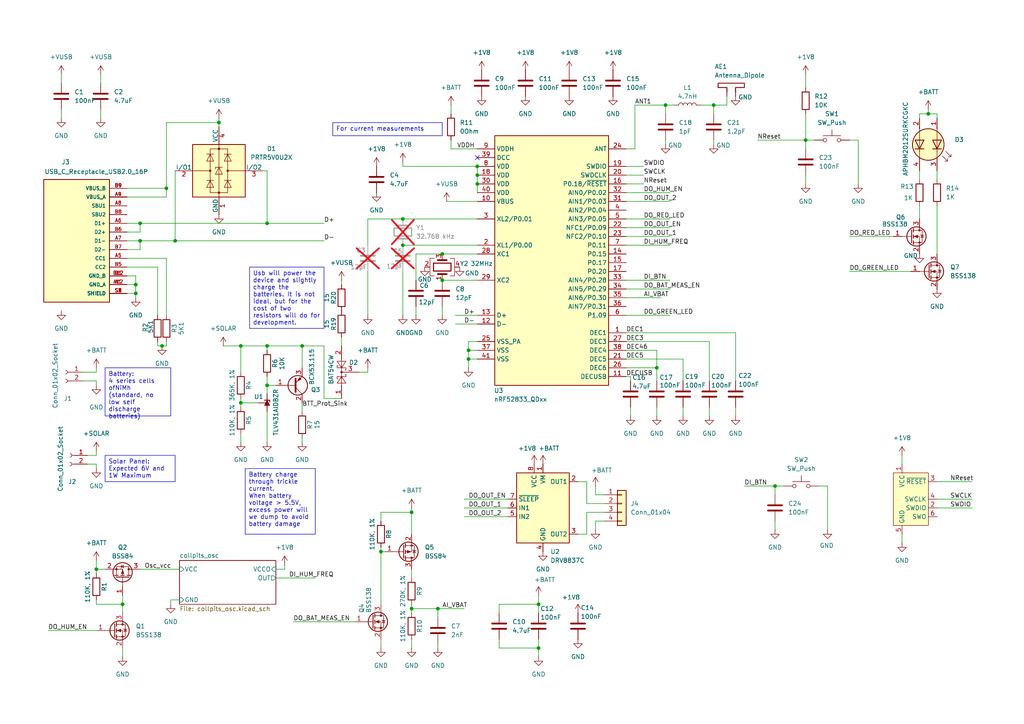
<source format=kicad_sch>
(kicad_sch
	(version 20250114)
	(generator "eeschema")
	(generator_version "9.0")
	(uuid "980b172d-9921-432e-a1d9-b94d6a6dd56b")
	(paper "A4")
	(title_block
		(title "schematics")
		(date "2025-07-06")
		(rev "A")
	)
	
	(text_box "Battery charge through trickle current.\nWhen battery voltage > 5.5V, excess power will we dump to avoid battery damage"
		(exclude_from_sim no)
		(at 71.12 135.89 0)
		(size 20.32 19.05)
		(margins 0.9525 0.9525 0.9525 0.9525)
		(stroke
			(width 0)
			(type solid)
		)
		(fill
			(type none)
		)
		(effects
			(font
				(size 1.27 1.27)
			)
			(justify left top)
		)
		(uuid "32af1a32-5e60-4c8c-bd48-a2da322b22d7")
	)
	(text_box "Battery:\n4 series cells ofNiMh (standard, no low self discharge batteries)"
		(exclude_from_sim no)
		(at 30.48 106.68 0)
		(size 19.05 13.97)
		(margins 0.9525 0.9525 0.9525 0.9525)
		(stroke
			(width 0)
			(type solid)
		)
		(fill
			(type none)
		)
		(effects
			(font
				(size 1.27 1.27)
			)
			(justify left top)
		)
		(uuid "40ffd047-26f7-40fe-bae2-8aa00285a5b0")
	)
	(text_box "Usb will power the device and slightly charge the batteries. It is not ideal, but for the cost of two resistors will do for development."
		(exclude_from_sim no)
		(at 72.39 77.47 0)
		(size 21.59 17.78)
		(margins 0.9525 0.9525 0.9525 0.9525)
		(stroke
			(width 0)
			(type solid)
		)
		(fill
			(type none)
		)
		(effects
			(font
				(size 1.27 1.27)
			)
			(justify left top)
		)
		(uuid "4910c93b-74be-43ac-9905-9102ba23690c")
	)
	(text_box "Solar Panel:\nExpected 6V and 1W Maximum"
		(exclude_from_sim no)
		(at 30.48 132.08 0)
		(size 20.32 7.62)
		(margins 0.9525 0.9525 0.9525 0.9525)
		(stroke
			(width 0)
			(type solid)
		)
		(fill
			(type none)
		)
		(effects
			(font
				(size 1.27 1.27)
			)
			(justify left top)
		)
		(uuid "6652c459-d2e4-4626-8a4e-8b41d89b0503")
	)
	(text_box "For current measurements"
		(exclude_from_sim no)
		(at 96.52 35.56 0)
		(size 31.75 3.81)
		(margins 0.9525 0.9525 0.9525 0.9525)
		(stroke
			(width 0)
			(type solid)
		)
		(fill
			(type none)
		)
		(effects
			(font
				(size 1.27 1.27)
			)
			(justify left top)
		)
		(uuid "f4b160e9-b334-4df0-a62d-734effe8eeb6")
	)
	(junction
		(at 50.8 69.85)
		(diameter 0)
		(color 0 0 0 0)
		(uuid "012c1380-68f7-4061-942a-4c5b25940697")
	)
	(junction
		(at 119.38 176.53)
		(diameter 0)
		(color 0 0 0 0)
		(uuid "0fa0c1cd-327b-4d4a-8179-9a3cd951857d")
	)
	(junction
		(at 77.47 64.77)
		(diameter 0)
		(color 0 0 0 0)
		(uuid "1f3e3376-c2b9-4479-9bde-f93b23cf67d7")
	)
	(junction
		(at 156.21 175.26)
		(diameter 0)
		(color 0 0 0 0)
		(uuid "1f96955e-e9c7-489c-9eaf-8430409da4be")
	)
	(junction
		(at 77.47 100.33)
		(diameter 0)
		(color 0 0 0 0)
		(uuid "2ba02a2b-72de-4e1d-b2e4-5f7c1b8007e1")
	)
	(junction
		(at 27.94 165.1)
		(diameter 0)
		(color 0 0 0 0)
		(uuid "31681432-1322-4d9c-bbab-eb7c99652eb9")
	)
	(junction
		(at 156.21 187.96)
		(diameter 0)
		(color 0 0 0 0)
		(uuid "40378e8c-2579-4777-aa7e-9207e9121857")
	)
	(junction
		(at 207.01 30.48)
		(diameter 0)
		(color 0 0 0 0)
		(uuid "45a96ba8-e6d5-4c16-958e-fc0feec8bdc7")
	)
	(junction
		(at 128.27 81.28)
		(diameter 0)
		(color 0 0 0 0)
		(uuid "4817f1f7-032d-498e-9930-d57d595170af")
	)
	(junction
		(at 269.24 33.02)
		(diameter 0)
		(color 0 0 0 0)
		(uuid "4b332037-a864-4a14-9921-9af5961f4967")
	)
	(junction
		(at 233.68 40.64)
		(diameter 0)
		(color 0 0 0 0)
		(uuid "4bc54e80-bcc7-4689-9c96-ae0027783562")
	)
	(junction
		(at 40.64 64.77)
		(diameter 0)
		(color 0 0 0 0)
		(uuid "4dbc62d6-3395-42f4-be73-b968576faa03")
	)
	(junction
		(at 69.85 116.84)
		(diameter 0)
		(color 0 0 0 0)
		(uuid "50b7d7e5-1465-4b14-80e7-2e3a2dda7ad6")
	)
	(junction
		(at 40.64 69.85)
		(diameter 0)
		(color 0 0 0 0)
		(uuid "523b0c4a-7b39-44a6-8907-1b0cf22a6125")
	)
	(junction
		(at 116.84 71.12)
		(diameter 0)
		(color 0 0 0 0)
		(uuid "5c5a81c8-bd90-4fa5-af53-3773168fb1fe")
	)
	(junction
		(at 193.04 30.48)
		(diameter 0)
		(color 0 0 0 0)
		(uuid "62d4f474-a592-40f0-98b0-fe671cdda3fd")
	)
	(junction
		(at 224.79 140.97)
		(diameter 0)
		(color 0 0 0 0)
		(uuid "6a5eda3a-eeba-4dcf-bf76-ea4795141a7b")
	)
	(junction
		(at 138.43 48.26)
		(diameter 0)
		(color 0 0 0 0)
		(uuid "6c7ae3c3-70ad-45c9-8a00-ba2026a2c59d")
	)
	(junction
		(at 87.63 100.33)
		(diameter 0)
		(color 0 0 0 0)
		(uuid "74db636f-37d8-4a5c-94e1-786247104fc7")
	)
	(junction
		(at 128.27 73.66)
		(diameter 0)
		(color 0 0 0 0)
		(uuid "85480a22-91af-4f5c-93b8-e04d22186004")
	)
	(junction
		(at 69.85 100.33)
		(diameter 0)
		(color 0 0 0 0)
		(uuid "881f4277-e30e-4972-b060-e27a8f60c3d8")
	)
	(junction
		(at 63.5 35.56)
		(diameter 0)
		(color 0 0 0 0)
		(uuid "8849896d-8613-45cc-a799-561fb4f72dd4")
	)
	(junction
		(at 138.43 53.34)
		(diameter 0)
		(color 0 0 0 0)
		(uuid "89b993d3-0ec1-46ec-9d62-dabf7bb874df")
	)
	(junction
		(at 135.89 104.14)
		(diameter 0)
		(color 0 0 0 0)
		(uuid "921a0589-89b2-4154-9fa1-da113cab7a84")
	)
	(junction
		(at 135.89 101.6)
		(diameter 0)
		(color 0 0 0 0)
		(uuid "94574e07-3c93-4d6a-9b98-f5f45b525168")
	)
	(junction
		(at 190.5 106.68)
		(diameter 0)
		(color 0 0 0 0)
		(uuid "986c87be-ce38-4f13-96c4-96589ae19f06")
	)
	(junction
		(at 39.37 85.09)
		(diameter 0)
		(color 0 0 0 0)
		(uuid "98dc12ca-de65-4c01-a13d-3ae5e4b03aeb")
	)
	(junction
		(at 116.84 63.5)
		(diameter 0)
		(color 0 0 0 0)
		(uuid "9a646688-35dd-418d-8ac0-908ee78d3db8")
	)
	(junction
		(at 138.43 50.8)
		(diameter 0)
		(color 0 0 0 0)
		(uuid "a8b23d03-1860-4c71-862a-5856fa19a0de")
	)
	(junction
		(at 119.38 148.59)
		(diameter 0)
		(color 0 0 0 0)
		(uuid "c51bb3ce-ebce-48a1-898b-eadb16aad650")
	)
	(junction
		(at 35.56 175.26)
		(diameter 0)
		(color 0 0 0 0)
		(uuid "c6aadced-7c14-42ad-aec7-f8263f1bb430")
	)
	(junction
		(at 46.99 100.33)
		(diameter 0)
		(color 0 0 0 0)
		(uuid "c98efbd7-4505-4ad2-b412-d22e48cfb80d")
	)
	(junction
		(at 127 176.53)
		(diameter 0)
		(color 0 0 0 0)
		(uuid "d3041216-596f-44af-8eaf-def357c04e7d")
	)
	(junction
		(at 48.26 54.61)
		(diameter 0)
		(color 0 0 0 0)
		(uuid "d400b880-554d-4cb9-90df-1d07f91d5513")
	)
	(junction
		(at 39.37 82.55)
		(diameter 0)
		(color 0 0 0 0)
		(uuid "e6efd140-bddf-49a6-8faa-1037b4726cfa")
	)
	(junction
		(at 77.47 111.76)
		(diameter 0)
		(color 0 0 0 0)
		(uuid "fedd94a2-fb1d-4b55-9591-0b383cb3b14f")
	)
	(junction
		(at 110.49 160.02)
		(diameter 0)
		(color 0 0 0 0)
		(uuid "ff4871a0-01f6-4133-a1d9-e26948e350dc")
	)
	(no_connect
		(at 138.43 45.72)
		(uuid "a6eda09b-86dc-4203-b686-6aa815da9d45")
	)
	(wire
		(pts
			(xy 156.21 172.72) (xy 156.21 175.26)
		)
		(stroke
			(width 0)
			(type default)
		)
		(uuid "009e8d88-c2c0-4ef4-94d6-2e49a6ffce80")
	)
	(wire
		(pts
			(xy 184.15 43.18) (xy 184.15 30.48)
		)
		(stroke
			(width 0)
			(type default)
		)
		(uuid "00d1bbf5-e3dd-4f22-b155-c704a2c13b2a")
	)
	(wire
		(pts
			(xy 119.38 176.53) (xy 119.38 177.8)
		)
		(stroke
			(width 0)
			(type default)
		)
		(uuid "024e2448-6ab2-4544-a6be-da66d8427974")
	)
	(wire
		(pts
			(xy 120.65 73.66) (xy 120.65 81.28)
		)
		(stroke
			(width 0)
			(type default)
		)
		(uuid "02ad09cf-2bc1-4a43-aafc-4880a2b87c9a")
	)
	(wire
		(pts
			(xy 134.62 149.86) (xy 147.32 149.86)
		)
		(stroke
			(width 0)
			(type default)
		)
		(uuid "02ce0e7c-c880-4525-a13e-3adef3c5223e")
	)
	(wire
		(pts
			(xy 128.27 73.66) (xy 138.43 73.66)
		)
		(stroke
			(width 0)
			(type default)
		)
		(uuid "05af34f1-90e1-41f2-95e9-8613a8341a63")
	)
	(wire
		(pts
			(xy 36.83 82.55) (xy 39.37 82.55)
		)
		(stroke
			(width 0)
			(type default)
		)
		(uuid "07d8cfc1-43aa-48bd-bf88-a8ad1275363a")
	)
	(wire
		(pts
			(xy 181.61 86.36) (xy 191.77 86.36)
		)
		(stroke
			(width 0)
			(type default)
		)
		(uuid "0d7937f1-d5ad-4058-81a8-0a46e49d1d51")
	)
	(wire
		(pts
			(xy 106.68 78.74) (xy 106.68 91.44)
		)
		(stroke
			(width 0)
			(type default)
		)
		(uuid "0d9b556a-daee-4086-8281-978c08b8e45d")
	)
	(wire
		(pts
			(xy 134.62 147.32) (xy 147.32 147.32)
		)
		(stroke
			(width 0)
			(type default)
		)
		(uuid "0e6a163d-725f-4128-b06e-711a9e4e0890")
	)
	(wire
		(pts
			(xy 64.77 100.33) (xy 69.85 100.33)
		)
		(stroke
			(width 0)
			(type default)
		)
		(uuid "10a69f5a-39f2-4c00-808b-b05821eb7583")
	)
	(wire
		(pts
			(xy 172.72 151.13) (xy 172.72 153.67)
		)
		(stroke
			(width 0)
			(type default)
		)
		(uuid "126381cc-0049-48bc-84a5-b71fdb4c7a12")
	)
	(wire
		(pts
			(xy 266.7 34.29) (xy 266.7 33.02)
		)
		(stroke
			(width 0)
			(type default)
		)
		(uuid "16276e76-e70a-473d-a4e4-6a35f2453bde")
	)
	(wire
		(pts
			(xy 63.5 34.29) (xy 63.5 35.56)
		)
		(stroke
			(width 0)
			(type default)
		)
		(uuid "173adec4-50b2-471c-a943-576f63c15664")
	)
	(wire
		(pts
			(xy 134.62 144.78) (xy 147.32 144.78)
		)
		(stroke
			(width 0)
			(type default)
		)
		(uuid "175726f3-09f0-4f5c-aa03-fa28313d249e")
	)
	(wire
		(pts
			(xy 132.08 93.98) (xy 138.43 93.98)
		)
		(stroke
			(width 0)
			(type default)
		)
		(uuid "17bad6cc-1a12-470a-84f2-fadef2e3492e")
	)
	(wire
		(pts
			(xy 233.68 21.59) (xy 233.68 25.4)
		)
		(stroke
			(width 0)
			(type default)
		)
		(uuid "18f079a2-fdd0-4172-9de6-387fa714763d")
	)
	(wire
		(pts
			(xy 246.38 78.74) (xy 264.16 78.74)
		)
		(stroke
			(width 0)
			(type default)
		)
		(uuid "1905cdff-4c10-4bd6-942f-e3cf6ed14839")
	)
	(wire
		(pts
			(xy 271.78 59.69) (xy 271.78 73.66)
		)
		(stroke
			(width 0)
			(type default)
		)
		(uuid "196243e8-9a54-4a3b-ba49-3dc11a2172cf")
	)
	(wire
		(pts
			(xy 138.43 48.26) (xy 138.43 50.8)
		)
		(stroke
			(width 0)
			(type default)
		)
		(uuid "19806a66-62b8-4686-9815-916cee9869e3")
	)
	(wire
		(pts
			(xy 36.83 64.77) (xy 40.64 64.77)
		)
		(stroke
			(width 0)
			(type default)
		)
		(uuid "19b1db2f-2c9f-4050-a642-ad32d76a7f99")
	)
	(wire
		(pts
			(xy 110.49 151.13) (xy 110.49 148.59)
		)
		(stroke
			(width 0)
			(type default)
		)
		(uuid "1c05bf10-e100-45e1-8da9-9ffb3c9d4427")
	)
	(wire
		(pts
			(xy 181.61 50.8) (xy 186.69 50.8)
		)
		(stroke
			(width 0)
			(type default)
		)
		(uuid "1cefb385-918e-4115-a736-52e05f908ad0")
	)
	(wire
		(pts
			(xy 271.78 144.78) (xy 281.94 144.78)
		)
		(stroke
			(width 0)
			(type default)
		)
		(uuid "1d6794e0-7539-44ad-8d73-960beee8ca0c")
	)
	(wire
		(pts
			(xy 36.83 57.15) (xy 48.26 57.15)
		)
		(stroke
			(width 0)
			(type default)
		)
		(uuid "209de193-a68c-48a0-b32a-ef032f90d4bb")
	)
	(wire
		(pts
			(xy 130.81 43.18) (xy 138.43 43.18)
		)
		(stroke
			(width 0)
			(type default)
		)
		(uuid "23085220-971a-42f1-820d-972bb7927847")
	)
	(wire
		(pts
			(xy 24.13 110.49) (xy 27.94 110.49)
		)
		(stroke
			(width 0)
			(type default)
		)
		(uuid "2331768f-fc4a-489f-bcfe-38f9fc3497bf")
	)
	(wire
		(pts
			(xy 175.26 148.59) (xy 170.18 148.59)
		)
		(stroke
			(width 0)
			(type default)
		)
		(uuid "2572f889-a9c8-4610-9692-222b6c90e0e6")
	)
	(wire
		(pts
			(xy 181.61 58.42) (xy 194.31 58.42)
		)
		(stroke
			(width 0)
			(type default)
		)
		(uuid "25dfedd6-02b2-4061-94d8-c9c831658382")
	)
	(wire
		(pts
			(xy 39.37 80.01) (xy 39.37 82.55)
		)
		(stroke
			(width 0)
			(type default)
		)
		(uuid "26c8706e-9922-4028-811a-7ff9188c57cc")
	)
	(wire
		(pts
			(xy 69.85 116.84) (xy 69.85 118.11)
		)
		(stroke
			(width 0)
			(type default)
		)
		(uuid "287b9c03-949a-40e5-808d-d91c1ab3ce02")
	)
	(wire
		(pts
			(xy 35.56 175.26) (xy 35.56 177.8)
		)
		(stroke
			(width 0)
			(type default)
		)
		(uuid "290d5d50-8c0a-4adc-805b-4642c4e87bdf")
	)
	(wire
		(pts
			(xy 36.83 72.39) (xy 40.64 72.39)
		)
		(stroke
			(width 0)
			(type default)
		)
		(uuid "2921c2a9-9bba-4693-9955-ea1bea6e17fd")
	)
	(wire
		(pts
			(xy 69.85 107.95) (xy 69.85 100.33)
		)
		(stroke
			(width 0)
			(type default)
		)
		(uuid "2951064e-aea9-4c5e-9160-c3751e4c802d")
	)
	(wire
		(pts
			(xy 138.43 104.14) (xy 135.89 104.14)
		)
		(stroke
			(width 0)
			(type default)
		)
		(uuid "29beb8a0-20eb-48ab-9a30-4d217d7d6d38")
	)
	(wire
		(pts
			(xy 266.7 59.69) (xy 266.7 63.5)
		)
		(stroke
			(width 0)
			(type default)
		)
		(uuid "29e2520d-0bef-4b5f-84ab-feeb939a6155")
	)
	(wire
		(pts
			(xy 182.88 118.11) (xy 182.88 120.65)
		)
		(stroke
			(width 0)
			(type default)
		)
		(uuid "2a8daf0e-5594-4365-8f4f-06fe85410a38")
	)
	(wire
		(pts
			(xy 36.83 77.47) (xy 45.72 77.47)
		)
		(stroke
			(width 0)
			(type default)
		)
		(uuid "2af987c7-6fe4-41e0-9815-8aa70961ad22")
	)
	(wire
		(pts
			(xy 181.61 71.12) (xy 194.31 71.12)
		)
		(stroke
			(width 0)
			(type default)
		)
		(uuid "2c01d18f-3298-4366-acaa-ceab6a92cf94")
	)
	(wire
		(pts
			(xy 49.53 175.26) (xy 49.53 173.99)
		)
		(stroke
			(width 0)
			(type default)
		)
		(uuid "309a0234-b099-4719-b534-e1fb6b2a27e7")
	)
	(wire
		(pts
			(xy 181.61 43.18) (xy 184.15 43.18)
		)
		(stroke
			(width 0)
			(type default)
		)
		(uuid "30b63b2b-c750-4288-987e-a47906afa763")
	)
	(wire
		(pts
			(xy 74.93 116.84) (xy 69.85 116.84)
		)
		(stroke
			(width 0)
			(type default)
		)
		(uuid "3209de28-8956-4396-881a-b26879bf5d06")
	)
	(wire
		(pts
			(xy 181.61 106.68) (xy 190.5 106.68)
		)
		(stroke
			(width 0)
			(type default)
		)
		(uuid "33016bfc-cee3-4346-a446-29e04eba8038")
	)
	(wire
		(pts
			(xy 93.98 100.33) (xy 93.98 115.57)
		)
		(stroke
			(width 0)
			(type default)
		)
		(uuid "33faa3b8-1f60-4e79-b5fd-cb356c7ae7a2")
	)
	(wire
		(pts
			(xy 48.26 74.93) (xy 48.26 91.44)
		)
		(stroke
			(width 0)
			(type default)
		)
		(uuid "36075611-bf9b-4d9e-8794-8ff338f3b080")
	)
	(wire
		(pts
			(xy 233.68 40.64) (xy 233.68 43.18)
		)
		(stroke
			(width 0)
			(type default)
		)
		(uuid "3635444d-e38a-4eef-8a8c-d3a9c5f7a0f7")
	)
	(wire
		(pts
			(xy 138.43 53.34) (xy 138.43 55.88)
		)
		(stroke
			(width 0)
			(type default)
		)
		(uuid "36e850da-9920-4a5d-be4a-a19bdcbe3e44")
	)
	(wire
		(pts
			(xy 99.06 115.57) (xy 93.98 115.57)
		)
		(stroke
			(width 0)
			(type default)
		)
		(uuid "36f5a6e3-1b5d-4ad7-b01e-735372a77624")
	)
	(wire
		(pts
			(xy 50.8 69.85) (xy 93.98 69.85)
		)
		(stroke
			(width 0)
			(type default)
		)
		(uuid "370032ca-b3ef-46d8-ad23-5b1b6f5327a9")
	)
	(wire
		(pts
			(xy 106.68 107.95) (xy 106.68 106.68)
		)
		(stroke
			(width 0)
			(type default)
		)
		(uuid "3744ce6f-8e3a-4999-976b-5b1f5603f72e")
	)
	(wire
		(pts
			(xy 87.63 100.33) (xy 93.98 100.33)
		)
		(stroke
			(width 0)
			(type default)
		)
		(uuid "37cc52fd-7dbc-4c53-8e6f-4f10fe17e06d")
	)
	(wire
		(pts
			(xy 36.83 54.61) (xy 48.26 54.61)
		)
		(stroke
			(width 0)
			(type default)
		)
		(uuid "39b4d64b-aafd-4a21-86a6-29739ca1345d")
	)
	(wire
		(pts
			(xy 29.21 21.59) (xy 29.21 24.13)
		)
		(stroke
			(width 0)
			(type default)
		)
		(uuid "3b6657ad-40fe-4e77-838c-c60914cb5666")
	)
	(wire
		(pts
			(xy 48.26 35.56) (xy 63.5 35.56)
		)
		(stroke
			(width 0)
			(type default)
		)
		(uuid "3bdfb277-16ee-40aa-bbff-e31fa40f2c37")
	)
	(wire
		(pts
			(xy 77.47 119.38) (xy 77.47 128.27)
		)
		(stroke
			(width 0)
			(type default)
		)
		(uuid "3d1702c1-b375-498b-8b87-88a90cd9073c")
	)
	(wire
		(pts
			(xy 82.55 165.1) (xy 82.55 163.83)
		)
		(stroke
			(width 0)
			(type default)
		)
		(uuid "3e246239-f018-41a2-a67b-95517a5e207b")
	)
	(wire
		(pts
			(xy 36.83 74.93) (xy 48.26 74.93)
		)
		(stroke
			(width 0)
			(type default)
		)
		(uuid "403619e3-2eec-4bde-bfc8-be2eb18e59f9")
	)
	(wire
		(pts
			(xy 29.21 31.75) (xy 29.21 34.29)
		)
		(stroke
			(width 0)
			(type default)
		)
		(uuid "4117630f-e5d6-467a-8a20-7cf37820b810")
	)
	(wire
		(pts
			(xy 181.61 66.04) (xy 194.31 66.04)
		)
		(stroke
			(width 0)
			(type default)
		)
		(uuid "434c41c4-d4e1-43e5-9bd2-d5a8406615aa")
	)
	(wire
		(pts
			(xy 77.47 111.76) (xy 77.47 114.3)
		)
		(stroke
			(width 0)
			(type default)
		)
		(uuid "4391fcfb-c620-4440-836e-9c91baaa7677")
	)
	(wire
		(pts
			(xy 128.27 81.28) (xy 138.43 81.28)
		)
		(stroke
			(width 0)
			(type default)
		)
		(uuid "4392dc68-9b29-4523-8655-e61e5980d0b5")
	)
	(wire
		(pts
			(xy 156.21 187.96) (xy 156.21 185.42)
		)
		(stroke
			(width 0)
			(type default)
		)
		(uuid "4457d545-64de-4615-834d-f4a98d4b32cc")
	)
	(wire
		(pts
			(xy 144.78 187.96) (xy 144.78 185.42)
		)
		(stroke
			(width 0)
			(type default)
		)
		(uuid "466ae724-109d-4c02-bf0d-6e719a1b2be7")
	)
	(wire
		(pts
			(xy 119.38 176.53) (xy 127 176.53)
		)
		(stroke
			(width 0)
			(type default)
		)
		(uuid "4ac79d97-c13c-4c8d-b03c-71c562969223")
	)
	(wire
		(pts
			(xy 77.47 64.77) (xy 93.98 64.77)
		)
		(stroke
			(width 0)
			(type default)
		)
		(uuid "4bfba9f0-0939-4a2e-b047-e3ed71bf7ed8")
	)
	(wire
		(pts
			(xy 240.03 140.97) (xy 240.03 153.67)
		)
		(stroke
			(width 0)
			(type default)
		)
		(uuid "4c5deb4f-5fbf-4a7b-9ffc-012085a6b5bd")
	)
	(wire
		(pts
			(xy 269.24 33.02) (xy 271.78 33.02)
		)
		(stroke
			(width 0)
			(type default)
		)
		(uuid "4ccaad2a-ec9c-4d83-89d2-12984b68daf7")
	)
	(wire
		(pts
			(xy 181.61 104.14) (xy 198.12 104.14)
		)
		(stroke
			(width 0)
			(type default)
		)
		(uuid "4d5a91ab-9c5e-49fe-8b18-3613e7889333")
	)
	(wire
		(pts
			(xy 116.84 78.74) (xy 116.84 91.44)
		)
		(stroke
			(width 0)
			(type default)
		)
		(uuid "4f01fe1f-bf8f-4d07-b33c-0a04248a5f46")
	)
	(wire
		(pts
			(xy 85.09 180.34) (xy 102.87 180.34)
		)
		(stroke
			(width 0)
			(type default)
		)
		(uuid "4f7b0b98-3fa9-4a69-b4ad-d839f9cea9b9")
	)
	(wire
		(pts
			(xy 104.14 107.95) (xy 106.68 107.95)
		)
		(stroke
			(width 0)
			(type default)
		)
		(uuid "52aa89b0-d1fd-4a01-98e5-ec48fa0db918")
	)
	(wire
		(pts
			(xy 219.71 40.64) (xy 233.68 40.64)
		)
		(stroke
			(width 0)
			(type default)
		)
		(uuid "5309dd63-dc30-4ac1-88d8-3a45d9c9ac80")
	)
	(wire
		(pts
			(xy 36.83 80.01) (xy 39.37 80.01)
		)
		(stroke
			(width 0)
			(type default)
		)
		(uuid "536738ba-ee54-422f-a0c1-51adaaec7a6a")
	)
	(wire
		(pts
			(xy 69.85 115.57) (xy 69.85 116.84)
		)
		(stroke
			(width 0)
			(type default)
		)
		(uuid "537b14bf-f522-40fb-94ff-363a24fd8406")
	)
	(wire
		(pts
			(xy 45.72 100.33) (xy 45.72 99.06)
		)
		(stroke
			(width 0)
			(type default)
		)
		(uuid "539ce151-cc00-407e-aa3d-73dca8e1674e")
	)
	(wire
		(pts
			(xy 181.61 83.82) (xy 194.31 83.82)
		)
		(stroke
			(width 0)
			(type default)
		)
		(uuid "53f1a2e7-12c8-414b-a0c0-9c2ad2d09a71")
	)
	(wire
		(pts
			(xy 207.01 30.48) (xy 210.82 30.48)
		)
		(stroke
			(width 0)
			(type default)
		)
		(uuid "543b85ff-31ba-45e2-b176-ce3ee269d059")
	)
	(wire
		(pts
			(xy 210.82 27.94) (xy 210.82 30.48)
		)
		(stroke
			(width 0)
			(type default)
		)
		(uuid "564e9788-4dcf-447d-a8e3-0daa9d8eeab8")
	)
	(wire
		(pts
			(xy 87.63 106.68) (xy 87.63 100.33)
		)
		(stroke
			(width 0)
			(type default)
		)
		(uuid "5859b95a-7efb-4753-ada2-88d8c81a6fc1")
	)
	(wire
		(pts
			(xy 193.04 30.48) (xy 195.58 30.48)
		)
		(stroke
			(width 0)
			(type default)
		)
		(uuid "58a1b40b-b8bb-43fd-8ff4-7d69697e63a3")
	)
	(wire
		(pts
			(xy 181.61 96.52) (xy 213.36 96.52)
		)
		(stroke
			(width 0)
			(type default)
		)
		(uuid "5936c4ee-6ef1-4212-b258-5ed51771103c")
	)
	(wire
		(pts
			(xy 182.88 109.22) (xy 181.61 109.22)
		)
		(stroke
			(width 0)
			(type default)
		)
		(uuid "5aec2072-18bb-4d1a-b676-248d08d7a4de")
	)
	(wire
		(pts
			(xy 181.61 48.26) (xy 186.69 48.26)
		)
		(stroke
			(width 0)
			(type default)
		)
		(uuid "5c766397-4564-4f79-b40d-dd09eda05a68")
	)
	(wire
		(pts
			(xy 24.13 107.95) (xy 27.94 107.95)
		)
		(stroke
			(width 0)
			(type default)
		)
		(uuid "5e1f86bc-abc3-42ec-bb87-c72a99a909ab")
	)
	(wire
		(pts
			(xy 27.94 106.68) (xy 27.94 107.95)
		)
		(stroke
			(width 0)
			(type default)
		)
		(uuid "5e72f592-e2e4-4159-9ae2-e429c45f50c6")
	)
	(wire
		(pts
			(xy 130.81 30.48) (xy 130.81 33.02)
		)
		(stroke
			(width 0)
			(type default)
		)
		(uuid "641a3fd6-190e-4e43-b4f0-1d77cfbd2e10")
	)
	(wire
		(pts
			(xy 156.21 187.96) (xy 144.78 187.96)
		)
		(stroke
			(width 0)
			(type default)
		)
		(uuid "6461117f-a8a2-4596-ba48-92fd67bbd6e1")
	)
	(wire
		(pts
			(xy 35.56 172.72) (xy 35.56 175.26)
		)
		(stroke
			(width 0)
			(type default)
		)
		(uuid "65341a9e-a154-48cd-b636-df1921b08974")
	)
	(wire
		(pts
			(xy 138.43 63.5) (xy 116.84 63.5)
		)
		(stroke
			(width 0)
			(type default)
		)
		(uuid "65e4f468-2e59-4d1b-9cf9-e0b3e5fca925")
	)
	(wire
		(pts
			(xy 198.12 104.14) (xy 198.12 110.49)
		)
		(stroke
			(width 0)
			(type default)
		)
		(uuid "67f56fe2-8cd2-4e3b-9407-bdaecdc9b895")
	)
	(wire
		(pts
			(xy 36.83 67.31) (xy 40.64 67.31)
		)
		(stroke
			(width 0)
			(type default)
		)
		(uuid "687930d8-5c60-4756-a34a-c178c77b30c2")
	)
	(wire
		(pts
			(xy 198.12 118.11) (xy 198.12 120.65)
		)
		(stroke
			(width 0)
			(type default)
		)
		(uuid "691f7350-f219-4eb8-af6d-e311fc518fce")
	)
	(wire
		(pts
			(xy 135.89 101.6) (xy 135.89 104.14)
		)
		(stroke
			(width 0)
			(type default)
		)
		(uuid "69b9c8b5-b9b2-4b82-bd27-f171ca4aea00")
	)
	(wire
		(pts
			(xy 40.64 69.85) (xy 40.64 72.39)
		)
		(stroke
			(width 0)
			(type default)
		)
		(uuid "6b3876f5-0cd9-49dd-916a-a1b0f1987b83")
	)
	(wire
		(pts
			(xy 144.78 175.26) (xy 144.78 177.8)
		)
		(stroke
			(width 0)
			(type default)
		)
		(uuid "6d48abb1-d658-4d34-8d87-71e7d3a2fb38")
	)
	(wire
		(pts
			(xy 172.72 143.51) (xy 172.72 140.97)
		)
		(stroke
			(width 0)
			(type default)
		)
		(uuid "6e1b8180-e0bb-49fa-9636-cd19e3397275")
	)
	(wire
		(pts
			(xy 27.94 173.99) (xy 27.94 175.26)
		)
		(stroke
			(width 0)
			(type default)
		)
		(uuid "6e5f6cd7-acf4-411a-ab80-482af9c2df56")
	)
	(wire
		(pts
			(xy 138.43 50.8) (xy 138.43 53.34)
		)
		(stroke
			(width 0)
			(type default)
		)
		(uuid "6efd9570-95b6-4132-a8ae-059eada8dab1")
	)
	(wire
		(pts
			(xy 130.81 40.64) (xy 130.81 43.18)
		)
		(stroke
			(width 0)
			(type default)
		)
		(uuid "6f58f25c-2427-4303-942e-75d5691993dd")
	)
	(wire
		(pts
			(xy 50.8 49.53) (xy 50.8 69.85)
		)
		(stroke
			(width 0)
			(type default)
		)
		(uuid "70a9f9b1-9182-48c9-96b5-31d1e1f72972")
	)
	(wire
		(pts
			(xy 116.84 48.26) (xy 138.43 48.26)
		)
		(stroke
			(width 0)
			(type default)
		)
		(uuid "7151284e-6b3c-4de6-a69d-b06445deb341")
	)
	(wire
		(pts
			(xy 233.68 40.64) (xy 236.22 40.64)
		)
		(stroke
			(width 0)
			(type default)
		)
		(uuid "731847fc-0efb-41cf-a32b-9b7e31afe7bd")
	)
	(wire
		(pts
			(xy 116.84 46.99) (xy 116.84 48.26)
		)
		(stroke
			(width 0)
			(type default)
		)
		(uuid "73417d10-4d79-4950-8105-db5aa15b7b77")
	)
	(wire
		(pts
			(xy 170.18 148.59) (xy 170.18 154.94)
		)
		(stroke
			(width 0)
			(type default)
		)
		(uuid "746a9b2a-d08d-4d40-845d-1a092c4dfa22")
	)
	(wire
		(pts
			(xy 182.88 110.49) (xy 182.88 109.22)
		)
		(stroke
			(width 0)
			(type default)
		)
		(uuid "7537d523-2fd6-4bd9-b02d-0bc94b52f2b9")
	)
	(wire
		(pts
			(xy 48.26 100.33) (xy 48.26 99.06)
		)
		(stroke
			(width 0)
			(type default)
		)
		(uuid "7733186a-7f6b-4b8f-a284-cc28c1c6e1f9")
	)
	(wire
		(pts
			(xy 76.2 49.53) (xy 77.47 49.53)
		)
		(stroke
			(width 0)
			(type default)
		)
		(uuid "77a97f3f-a3fd-43ab-a14c-f896f8226828")
	)
	(wire
		(pts
			(xy 138.43 101.6) (xy 135.89 101.6)
		)
		(stroke
			(width 0)
			(type default)
		)
		(uuid "7ab81058-4985-4916-b36a-f799353588ae")
	)
	(wire
		(pts
			(xy 156.21 190.5) (xy 156.21 187.96)
		)
		(stroke
			(width 0)
			(type default)
		)
		(uuid "7d17a6d3-3d75-4210-a37b-f6e771b5df5d")
	)
	(wire
		(pts
			(xy 190.5 101.6) (xy 181.61 101.6)
		)
		(stroke
			(width 0)
			(type default)
		)
		(uuid "7db4e70f-c96f-4f6b-b921-1576f0c9fef5")
	)
	(wire
		(pts
			(xy 46.99 100.33) (xy 48.26 100.33)
		)
		(stroke
			(width 0)
			(type default)
		)
		(uuid "7e839f85-339c-40ec-b290-4a65d40b1686")
	)
	(wire
		(pts
			(xy 207.01 33.02) (xy 207.01 30.48)
		)
		(stroke
			(width 0)
			(type default)
		)
		(uuid "7ea475d7-8a21-40dd-a91a-d6b132aabf28")
	)
	(wire
		(pts
			(xy 193.04 41.91) (xy 193.04 40.64)
		)
		(stroke
			(width 0)
			(type default)
		)
		(uuid "7ee83a00-e093-4cbc-9033-2e8fd0a911e5")
	)
	(wire
		(pts
			(xy 224.79 151.13) (xy 224.79 153.67)
		)
		(stroke
			(width 0)
			(type default)
		)
		(uuid "8147998c-587f-4a34-877f-be7d5743482a")
	)
	(wire
		(pts
			(xy 248.92 40.64) (xy 248.92 53.34)
		)
		(stroke
			(width 0)
			(type default)
		)
		(uuid "832f6ba0-7d63-48a9-8701-e0e17bea7068")
	)
	(wire
		(pts
			(xy 77.47 109.22) (xy 77.47 111.76)
		)
		(stroke
			(width 0)
			(type default)
		)
		(uuid "8504a461-afaf-401d-8b0c-5b2ebde6a821")
	)
	(wire
		(pts
			(xy 269.24 31.75) (xy 269.24 33.02)
		)
		(stroke
			(width 0)
			(type default)
		)
		(uuid "87e066d0-7ed3-45c0-b440-6eb97187c0a9")
	)
	(wire
		(pts
			(xy 40.64 69.85) (xy 50.8 69.85)
		)
		(stroke
			(width 0)
			(type default)
		)
		(uuid "88703b28-b4aa-4144-90ea-50291223fbd2")
	)
	(wire
		(pts
			(xy 120.65 73.66) (xy 128.27 73.66)
		)
		(stroke
			(width 0)
			(type default)
		)
		(uuid "88ba9b89-92fb-4aca-93dd-15c248f6fa60")
	)
	(wire
		(pts
			(xy 215.9 140.97) (xy 224.79 140.97)
		)
		(stroke
			(width 0)
			(type default)
		)
		(uuid "890e24ef-a69a-45f3-9e2b-9eefd55beb8d")
	)
	(wire
		(pts
			(xy 156.21 175.26) (xy 156.21 177.8)
		)
		(stroke
			(width 0)
			(type default)
		)
		(uuid "90880559-50c9-4c98-90b8-4a66589bfd7e")
	)
	(wire
		(pts
			(xy 87.63 127) (xy 87.63 128.27)
		)
		(stroke
			(width 0)
			(type default)
		)
		(uuid "93023f6e-368f-4659-8b1a-396eaeaf990f")
	)
	(wire
		(pts
			(xy 271.78 33.02) (xy 271.78 34.29)
		)
		(stroke
			(width 0)
			(type default)
		)
		(uuid "95768b89-106e-4f32-9365-7191382ed405")
	)
	(wire
		(pts
			(xy 266.7 49.53) (xy 266.7 52.07)
		)
		(stroke
			(width 0)
			(type default)
		)
		(uuid "9a60e46f-8a61-407c-b46a-fdae39d29527")
	)
	(wire
		(pts
			(xy 110.49 160.02) (xy 111.76 160.02)
		)
		(stroke
			(width 0)
			(type default)
		)
		(uuid "9ac99abc-2991-461f-afb6-19f542a9740c")
	)
	(wire
		(pts
			(xy 110.49 148.59) (xy 119.38 148.59)
		)
		(stroke
			(width 0)
			(type default)
		)
		(uuid "9afdb685-ef18-4af6-9fdf-fc0ee11b7bd8")
	)
	(wire
		(pts
			(xy 36.83 85.09) (xy 39.37 85.09)
		)
		(stroke
			(width 0)
			(type default)
		)
		(uuid "9b3adc39-cc54-424b-8005-c2f013fd822c")
	)
	(wire
		(pts
			(xy 237.49 140.97) (xy 240.03 140.97)
		)
		(stroke
			(width 0)
			(type default)
		)
		(uuid "9f060051-397f-41e9-ac4a-2715f06a0e00")
	)
	(wire
		(pts
			(xy 224.79 140.97) (xy 227.33 140.97)
		)
		(stroke
			(width 0)
			(type default)
		)
		(uuid "a075537f-023d-4c86-8312-b0659714ef8e")
	)
	(wire
		(pts
			(xy 190.5 106.68) (xy 190.5 110.49)
		)
		(stroke
			(width 0)
			(type default)
		)
		(uuid "a0bc6314-4aa7-4e5f-8354-5e9bf03ca76a")
	)
	(wire
		(pts
			(xy 246.38 40.64) (xy 248.92 40.64)
		)
		(stroke
			(width 0)
			(type default)
		)
		(uuid "a0d9d2ca-17e8-4e9c-98b3-b23b46fbef04")
	)
	(wire
		(pts
			(xy 205.74 118.11) (xy 205.74 120.65)
		)
		(stroke
			(width 0)
			(type default)
		)
		(uuid "a1fd3f5f-570a-49c6-8a53-7f455b552753")
	)
	(wire
		(pts
			(xy 63.5 35.56) (xy 63.5 36.83)
		)
		(stroke
			(width 0)
			(type default)
		)
		(uuid "a3af52da-880d-4710-b33d-503a36dba704")
	)
	(wire
		(pts
			(xy 224.79 140.97) (xy 224.79 143.51)
		)
		(stroke
			(width 0)
			(type default)
		)
		(uuid "a4b95ca8-f32f-43c7-9938-3c3b086516bf")
	)
	(wire
		(pts
			(xy 69.85 100.33) (xy 77.47 100.33)
		)
		(stroke
			(width 0)
			(type default)
		)
		(uuid "a721788d-d1f8-4ad8-b0fe-f03a2b662952")
	)
	(wire
		(pts
			(xy 207.01 41.91) (xy 207.01 40.64)
		)
		(stroke
			(width 0)
			(type default)
		)
		(uuid "a8f91b66-c19b-4ae7-a5c3-6b95fea2f99b")
	)
	(wire
		(pts
			(xy 127 187.96) (xy 127 186.69)
		)
		(stroke
			(width 0)
			(type default)
		)
		(uuid "ab0b3680-28e8-4d4f-9377-72a1b9c10b81")
	)
	(wire
		(pts
			(xy 27.94 111.76) (xy 27.94 110.49)
		)
		(stroke
			(width 0)
			(type default)
		)
		(uuid "ac980912-6f3f-409a-9d5e-b75d39021b97")
	)
	(wire
		(pts
			(xy 40.64 165.1) (xy 52.07 165.1)
		)
		(stroke
			(width 0)
			(type default)
		)
		(uuid "ae061a43-6aac-4de6-b3c5-48c942f77e51")
	)
	(wire
		(pts
			(xy 184.15 30.48) (xy 193.04 30.48)
		)
		(stroke
			(width 0)
			(type default)
		)
		(uuid "af7413c3-bee7-4795-af02-44d9766bc82b")
	)
	(wire
		(pts
			(xy 213.36 118.11) (xy 213.36 120.65)
		)
		(stroke
			(width 0)
			(type default)
		)
		(uuid "af74a925-9bbc-4441-b947-50dbf2af8706")
	)
	(wire
		(pts
			(xy 213.36 96.52) (xy 213.36 110.49)
		)
		(stroke
			(width 0)
			(type default)
		)
		(uuid "b192a63c-889e-4be4-b415-9047a1375830")
	)
	(wire
		(pts
			(xy 266.7 33.02) (xy 269.24 33.02)
		)
		(stroke
			(width 0)
			(type default)
		)
		(uuid "b1a868e6-7f89-4b2d-9630-0e0bec88245d")
	)
	(wire
		(pts
			(xy 17.78 21.59) (xy 17.78 24.13)
		)
		(stroke
			(width 0)
			(type default)
		)
		(uuid "b2581519-c9ce-4dc3-8326-a33e6e2ad2b0")
	)
	(wire
		(pts
			(xy 39.37 85.09) (xy 39.37 86.36)
		)
		(stroke
			(width 0)
			(type default)
		)
		(uuid "b2cf5a17-ba1d-43a0-b9de-a278952d8bac")
	)
	(wire
		(pts
			(xy 77.47 100.33) (xy 87.63 100.33)
		)
		(stroke
			(width 0)
			(type default)
		)
		(uuid "b32b1968-09c1-4e9b-9b0d-b4e6b43936c2")
	)
	(wire
		(pts
			(xy 119.38 185.42) (xy 119.38 187.96)
		)
		(stroke
			(width 0)
			(type default)
		)
		(uuid "b55ce9ac-1516-406f-b7b4-b5d1be2e7494")
	)
	(wire
		(pts
			(xy 175.26 146.05) (xy 170.18 146.05)
		)
		(stroke
			(width 0)
			(type default)
		)
		(uuid "b64b79e4-a4e8-476c-87c2-7abf5aebf6c0")
	)
	(wire
		(pts
			(xy 120.65 88.9) (xy 120.65 91.44)
		)
		(stroke
			(width 0)
			(type default)
		)
		(uuid "b7a798ab-0e87-4c0f-8768-cabe8d65a9f7")
	)
	(wire
		(pts
			(xy 127 176.53) (xy 134.62 176.53)
		)
		(stroke
			(width 0)
			(type default)
		)
		(uuid "b7c8eb82-f582-4c8a-9502-74227105f89f")
	)
	(wire
		(pts
			(xy 170.18 146.05) (xy 170.18 139.7)
		)
		(stroke
			(width 0)
			(type default)
		)
		(uuid "b96252c0-fdd1-4c14-82bf-d6ea3faca4ca")
	)
	(wire
		(pts
			(xy 119.38 165.1) (xy 119.38 167.64)
		)
		(stroke
			(width 0)
			(type default)
		)
		(uuid "baa0c6b2-ac73-4a10-b04b-62c2d95d9cf2")
	)
	(wire
		(pts
			(xy 40.64 64.77) (xy 77.47 64.77)
		)
		(stroke
			(width 0)
			(type default)
		)
		(uuid "bb993c90-0957-491d-bd9e-ff235c3bb899")
	)
	(wire
		(pts
			(xy 271.78 49.53) (xy 271.78 52.07)
		)
		(stroke
			(width 0)
			(type default)
		)
		(uuid "bbdb844b-da6d-43be-8039-1d76909b3a32")
	)
	(wire
		(pts
			(xy 110.49 158.75) (xy 110.49 160.02)
		)
		(stroke
			(width 0)
			(type default)
		)
		(uuid "bbdc1076-5ebc-428b-a8e9-f558cbf392bc")
	)
	(wire
		(pts
			(xy 17.78 31.75) (xy 17.78 34.29)
		)
		(stroke
			(width 0)
			(type default)
		)
		(uuid "bc045eca-247c-498c-90ed-5f897bf6024a")
	)
	(wire
		(pts
			(xy 27.94 165.1) (xy 27.94 166.37)
		)
		(stroke
			(width 0)
			(type default)
		)
		(uuid "bc3277f5-e47f-47b5-a8c4-1dc1ac699cd0")
	)
	(wire
		(pts
			(xy 80.01 165.1) (xy 82.55 165.1)
		)
		(stroke
			(width 0)
			(type default)
		)
		(uuid "bc5ef6cb-0234-48f1-95c6-8d8d70b3d1c8")
	)
	(wire
		(pts
			(xy 25.4 134.62) (xy 27.94 134.62)
		)
		(stroke
			(width 0)
			(type default)
		)
		(uuid "bd5b9d3e-b41b-45e9-a1e2-227a02c89949")
	)
	(wire
		(pts
			(xy 77.47 111.76) (xy 80.01 111.76)
		)
		(stroke
			(width 0)
			(type default)
		)
		(uuid "bd61264c-04df-4092-8466-d3bc303ee654")
	)
	(wire
		(pts
			(xy 27.94 130.81) (xy 27.94 132.08)
		)
		(stroke
			(width 0)
			(type default)
		)
		(uuid "bdaefa49-4b0d-4f14-8633-f4f957a88733")
	)
	(wire
		(pts
			(xy 261.62 132.08) (xy 261.62 134.62)
		)
		(stroke
			(width 0)
			(type default)
		)
		(uuid "c117ea90-c4c0-43f6-aa9a-ae1b7b91b025")
	)
	(wire
		(pts
			(xy 35.56 187.96) (xy 35.56 190.5)
		)
		(stroke
			(width 0)
			(type default)
		)
		(uuid "c2c238bd-54ab-418a-a93f-df9a79cfd03f")
	)
	(wire
		(pts
			(xy 175.26 151.13) (xy 172.72 151.13)
		)
		(stroke
			(width 0)
			(type default)
		)
		(uuid "c3a91e75-5c54-4e38-9c55-b19bfa03d36d")
	)
	(wire
		(pts
			(xy 39.37 82.55) (xy 39.37 85.09)
		)
		(stroke
			(width 0)
			(type default)
		)
		(uuid "c3db1c71-a242-42be-9a16-756e3807fb01")
	)
	(wire
		(pts
			(xy 181.61 81.28) (xy 194.31 81.28)
		)
		(stroke
			(width 0)
			(type default)
		)
		(uuid "c432b9da-5946-483c-8bde-13e78b4f2da6")
	)
	(wire
		(pts
			(xy 167.64 139.7) (xy 170.18 139.7)
		)
		(stroke
			(width 0)
			(type default)
		)
		(uuid "c87a5890-912b-4a40-9386-229d5f680f45")
	)
	(wire
		(pts
			(xy 190.5 101.6) (xy 190.5 106.68)
		)
		(stroke
			(width 0)
			(type default)
		)
		(uuid "c9341277-fe35-4a60-8207-3e1e97c5dbb6")
	)
	(wire
		(pts
			(xy 99.06 81.28) (xy 99.06 82.55)
		)
		(stroke
			(width 0)
			(type default)
		)
		(uuid "c985afc2-1972-475e-9ef6-24ccdde4a6c2")
	)
	(wire
		(pts
			(xy 27.94 175.26) (xy 35.56 175.26)
		)
		(stroke
			(width 0)
			(type default)
		)
		(uuid "ce55a002-d96c-4fe5-9251-cb37646f7ae9")
	)
	(wire
		(pts
			(xy 27.94 132.08) (xy 25.4 132.08)
		)
		(stroke
			(width 0)
			(type default)
		)
		(uuid "d04a703d-6740-4f5c-9732-1b2e3d7d3cd3")
	)
	(wire
		(pts
			(xy 132.08 91.44) (xy 138.43 91.44)
		)
		(stroke
			(width 0)
			(type default)
		)
		(uuid "d0f8448a-54ee-4741-ba83-099f9b0bcd46")
	)
	(wire
		(pts
			(xy 127 176.53) (xy 127 179.07)
		)
		(stroke
			(width 0)
			(type default)
		)
		(uuid "d10120e3-e650-4f23-9752-e653c07b885b")
	)
	(wire
		(pts
			(xy 271.78 147.32) (xy 281.94 147.32)
		)
		(stroke
			(width 0)
			(type default)
		)
		(uuid "d16700ee-2c4a-4516-b7b0-c023e6e213b9")
	)
	(wire
		(pts
			(xy 77.47 101.6) (xy 77.47 100.33)
		)
		(stroke
			(width 0)
			(type default)
		)
		(uuid "d6883fb4-d9b0-4fb6-b351-129f34d70bd6")
	)
	(wire
		(pts
			(xy 119.38 147.32) (xy 119.38 148.59)
		)
		(stroke
			(width 0)
			(type default)
		)
		(uuid "d7ae0986-ad23-4bbc-ac99-54f9b1748803")
	)
	(wire
		(pts
			(xy 128.27 88.9) (xy 128.27 91.44)
		)
		(stroke
			(width 0)
			(type default)
		)
		(uuid "d9ef4bd1-9fa3-45bf-986e-78469f76dc98")
	)
	(wire
		(pts
			(xy 27.94 162.56) (xy 27.94 165.1)
		)
		(stroke
			(width 0)
			(type default)
		)
		(uuid "daf96c71-ffc1-4976-a40b-038df97ef388")
	)
	(wire
		(pts
			(xy 271.78 139.7) (xy 281.94 139.7)
		)
		(stroke
			(width 0)
			(type default)
		)
		(uuid "db9c3700-8e60-4459-9ccb-4e4d29ec13b4")
	)
	(wire
		(pts
			(xy 106.68 63.5) (xy 116.84 63.5)
		)
		(stroke
			(width 0)
			(type default)
		)
		(uuid "dcab902c-e4ae-4e7b-acbc-cf53883a806c")
	)
	(wire
		(pts
			(xy 36.83 69.85) (xy 40.64 69.85)
		)
		(stroke
			(width 0)
			(type default)
		)
		(uuid "dcd604ce-2a4c-4eef-8149-e52e49c322a9")
	)
	(wire
		(pts
			(xy 135.89 99.06) (xy 135.89 101.6)
		)
		(stroke
			(width 0)
			(type default)
		)
		(uuid "ddff757d-589b-4f31-b222-5699d3cd43a3")
	)
	(wire
		(pts
			(xy 119.38 175.26) (xy 119.38 176.53)
		)
		(stroke
			(width 0)
			(type default)
		)
		(uuid "de486228-3d64-4b7b-9cac-91d74ed812ef")
	)
	(wire
		(pts
			(xy 116.84 71.12) (xy 138.43 71.12)
		)
		(stroke
			(width 0)
			(type default)
		)
		(uuid "df2570a9-2edb-44d0-ac9c-61419152ada6")
	)
	(wire
		(pts
			(xy 110.49 185.42) (xy 110.49 187.96)
		)
		(stroke
			(width 0)
			(type default)
		)
		(uuid "df2cef79-947e-4273-9e4a-1532691206df")
	)
	(wire
		(pts
			(xy 181.61 63.5) (xy 194.31 63.5)
		)
		(stroke
			(width 0)
			(type default)
		)
		(uuid "e04ac8ab-045a-4860-8de5-6360b4cc7918")
	)
	(wire
		(pts
			(xy 233.68 50.8) (xy 233.68 53.34)
		)
		(stroke
			(width 0)
			(type default)
		)
		(uuid "e05c2e8b-93cf-4493-bc4a-f22b86c13c6f")
	)
	(wire
		(pts
			(xy 181.61 91.44) (xy 194.31 91.44)
		)
		(stroke
			(width 0)
			(type default)
		)
		(uuid "e09cfc3c-e86b-4752-b5f4-30c1f222b256")
	)
	(wire
		(pts
			(xy 87.63 116.84) (xy 87.63 119.38)
		)
		(stroke
			(width 0)
			(type default)
		)
		(uuid "e0c93654-68b8-4f4f-92a6-18ad5cc20b3a")
	)
	(wire
		(pts
			(xy 205.74 99.06) (xy 205.74 110.49)
		)
		(stroke
			(width 0)
			(type default)
		)
		(uuid "e198dcb6-0598-4076-8799-5115bbfc8b93")
	)
	(wire
		(pts
			(xy 167.64 154.94) (xy 170.18 154.94)
		)
		(stroke
			(width 0)
			(type default)
		)
		(uuid "e1da8277-a5f0-4d70-9ccd-e31465f198fe")
	)
	(wire
		(pts
			(xy 69.85 125.73) (xy 69.85 128.27)
		)
		(stroke
			(width 0)
			(type default)
		)
		(uuid "e2f6fd3f-501a-43c5-a7db-32ef5313e54e")
	)
	(wire
		(pts
			(xy 99.06 97.79) (xy 99.06 100.33)
		)
		(stroke
			(width 0)
			(type default)
		)
		(uuid "e44ad8b8-e0e0-467b-a00b-14063e709b7a")
	)
	(wire
		(pts
			(xy 46.99 100.33) (xy 45.72 100.33)
		)
		(stroke
			(width 0)
			(type default)
		)
		(uuid "e47a2cf4-d957-4b9f-a918-6b8a0dab242f")
	)
	(wire
		(pts
			(xy 181.61 53.34) (xy 186.69 53.34)
		)
		(stroke
			(width 0)
			(type default)
		)
		(uuid "e4871def-b8f9-4f1a-a7dc-ca5fee295664")
	)
	(wire
		(pts
			(xy 181.61 55.88) (xy 194.31 55.88)
		)
		(stroke
			(width 0)
			(type default)
		)
		(uuid "e821baa3-1b39-4c5b-9db5-85ece402214f")
	)
	(wire
		(pts
			(xy 48.26 35.56) (xy 48.26 54.61)
		)
		(stroke
			(width 0)
			(type default)
		)
		(uuid "e8ba7b9f-fb15-4a3b-b498-49fb362bf49c")
	)
	(wire
		(pts
			(xy 193.04 30.48) (xy 193.04 33.02)
		)
		(stroke
			(width 0)
			(type default)
		)
		(uuid "e9a1cc4e-fc33-479f-8b37-149bdce852a1")
	)
	(wire
		(pts
			(xy 175.26 143.51) (xy 172.72 143.51)
		)
		(stroke
			(width 0)
			(type default)
		)
		(uuid "eaf84f76-5b09-4a95-9400-374fcf4f653f")
	)
	(wire
		(pts
			(xy 203.2 30.48) (xy 207.01 30.48)
		)
		(stroke
			(width 0)
			(type default)
		)
		(uuid "eba2a84e-8470-4c72-bf29-2e3553fe196f")
	)
	(wire
		(pts
			(xy 110.49 160.02) (xy 110.49 175.26)
		)
		(stroke
			(width 0)
			(type default)
		)
		(uuid "ebd5a165-45be-4a13-8f32-ad0e9e7a8c74")
	)
	(wire
		(pts
			(xy 135.89 99.06) (xy 138.43 99.06)
		)
		(stroke
			(width 0)
			(type default)
		)
		(uuid "ebe7aaea-ad7d-43ef-b75f-d3d2fb318ced")
	)
	(wire
		(pts
			(xy 135.89 104.14) (xy 135.89 106.68)
		)
		(stroke
			(width 0)
			(type default)
		)
		(uuid "ec355cb2-d95e-4ccb-ab15-6bdda7ae2db1")
	)
	(wire
		(pts
			(xy 48.26 54.61) (xy 48.26 57.15)
		)
		(stroke
			(width 0)
			(type default)
		)
		(uuid "ec676457-2368-4e22-aa89-2d8b1b42b06b")
	)
	(wire
		(pts
			(xy 77.47 49.53) (xy 77.47 64.77)
		)
		(stroke
			(width 0)
			(type default)
		)
		(uuid "f1c8ba2a-a5cc-41c2-9166-f06e4daf28e5")
	)
	(wire
		(pts
			(xy 119.38 148.59) (xy 119.38 154.94)
		)
		(stroke
			(width 0)
			(type default)
		)
		(uuid "f3028641-57fb-49ed-8db2-daa5bcb49796")
	)
	(wire
		(pts
			(xy 40.64 64.77) (xy 40.64 67.31)
		)
		(stroke
			(width 0)
			(type default)
		)
		(uuid "f3de88d6-01c5-44c8-bb78-2483a33e8f02")
	)
	(wire
		(pts
			(xy 233.68 33.02) (xy 233.68 40.64)
		)
		(stroke
			(width 0)
			(type default)
		)
		(uuid "f3e65c35-a51f-4d09-b776-0ea0163e4624")
	)
	(wire
		(pts
			(xy 261.62 154.94) (xy 261.62 157.48)
		)
		(stroke
			(width 0)
			(type default)
		)
		(uuid "f3f809b3-7d9c-4f28-bdf6-6a84076a4be5")
	)
	(wire
		(pts
			(xy 190.5 118.11) (xy 190.5 120.65)
		)
		(stroke
			(width 0)
			(type default)
		)
		(uuid "f4f6a6e5-07dd-496b-a972-7c047f11c231")
	)
	(wire
		(pts
			(xy 27.94 165.1) (xy 30.48 165.1)
		)
		(stroke
			(width 0)
			(type default)
		)
		(uuid "f5866887-a23f-4f9e-b34c-a9ea71a154c6")
	)
	(wire
		(pts
			(xy 13.97 182.88) (xy 27.94 182.88)
		)
		(stroke
			(width 0)
			(type default)
		)
		(uuid "f6f8c369-6d19-4085-864e-e6f3cc039caa")
	)
	(wire
		(pts
			(xy 129.54 58.42) (xy 138.43 58.42)
		)
		(stroke
			(width 0)
			(type default)
		)
		(uuid "f7c04048-737f-4b2f-ac13-4d0a1eaa6a6c")
	)
	(wire
		(pts
			(xy 246.38 68.58) (xy 259.08 68.58)
		)
		(stroke
			(width 0)
			(type default)
		)
		(uuid "f8a1a33c-50c9-4126-a267-f892299dd9ff")
	)
	(wire
		(pts
			(xy 106.68 63.5) (xy 106.68 71.12)
		)
		(stroke
			(width 0)
			(type default)
		)
		(uuid "f929a387-59b9-4ef2-9f58-7c5a82ee0675")
	)
	(wire
		(pts
			(xy 45.72 77.47) (xy 45.72 91.44)
		)
		(stroke
			(width 0)
			(type default)
		)
		(uuid "fa19e22a-e1ac-450a-b049-79a58a6f2c74")
	)
	(wire
		(pts
			(xy 80.01 167.64) (xy 91.44 167.64)
		)
		(stroke
			(width 0)
			(type default)
		)
		(uuid "fc21140c-6a0a-40c1-a1b3-30af7b3480b8")
	)
	(wire
		(pts
			(xy 49.53 173.99) (xy 52.07 173.99)
		)
		(stroke
			(width 0)
			(type default)
		)
		(uuid "fd68886b-021a-4dcb-a6c1-5cf51d04844d")
	)
	(wire
		(pts
			(xy 181.61 68.58) (xy 194.31 68.58)
		)
		(stroke
			(width 0)
			(type default)
		)
		(uuid "fd8ac069-b314-4641-94e0-c5fbf54845ac")
	)
	(wire
		(pts
			(xy 27.94 135.89) (xy 27.94 134.62)
		)
		(stroke
			(width 0)
			(type default)
		)
		(uuid "fd8db467-9479-47ba-9872-791649a84b96")
	)
	(wire
		(pts
			(xy 156.21 175.26) (xy 144.78 175.26)
		)
		(stroke
			(width 0)
			(type default)
		)
		(uuid "fd989ec5-757d-4d49-9f9a-3c1de81112d6")
	)
	(wire
		(pts
			(xy 181.61 99.06) (xy 205.74 99.06)
		)
		(stroke
			(width 0)
			(type default)
		)
		(uuid "ff156cc2-c8f0-4573-8ae7-2b6b80a65334")
	)
	(label "DO_RED_LED"
		(at 246.38 68.58 0)
		(effects
			(font
				(size 1.27 1.27)
			)
			(justify left bottom)
		)
		(uuid "057c930b-94c5-4c2e-b28a-96261a58228a")
	)
	(label "ANT1"
		(at 184.15 30.48 0)
		(effects
			(font
				(size 1.27 1.27)
			)
			(justify left bottom)
		)
		(uuid "09024c8a-9d48-48fa-aaab-e243a7d845a1")
	)
	(label "NReset"
		(at 219.71 40.64 0)
		(effects
			(font
				(size 1.27 1.27)
			)
			(justify left bottom)
		)
		(uuid "16153402-f3d4-4589-8428-019379b2efba")
	)
	(label "AI_VBAT"
		(at 128.27 176.53 0)
		(effects
			(font
				(size 1.27 1.27)
			)
			(justify left bottom)
		)
		(uuid "22db9c3b-dcce-47bd-9afe-f5e3c6344387")
	)
	(label "DI_HUM_FREQ"
		(at 186.69 71.12 0)
		(effects
			(font
				(size 1.27 1.27)
			)
			(justify left bottom)
		)
		(uuid "25bfa404-002d-461c-b1a2-de050cc05bea")
	)
	(label "NReset"
		(at 275.59 139.7 0)
		(effects
			(font
				(size 1.27 1.27)
			)
			(justify left bottom)
		)
		(uuid "26599478-640b-4297-bece-044ee112b861")
	)
	(label "DEC1"
		(at 181.61 96.52 0)
		(effects
			(font
				(size 1.27 1.27)
			)
			(justify left bottom)
		)
		(uuid "28f1bb29-c0b0-4a71-98f0-045372483978")
	)
	(label "DI_HUM_FREQ"
		(at 83.82 167.64 0)
		(effects
			(font
				(size 1.27 1.27)
			)
			(justify left bottom)
		)
		(uuid "2a59fde1-7ce9-4e95-b184-a3958cc9b908")
	)
	(label "DO_RED_LED"
		(at 186.69 63.5 0)
		(effects
			(font
				(size 1.27 1.27)
			)
			(justify left bottom)
		)
		(uuid "2d78c341-b84a-4538-838a-88354ec7f47f")
	)
	(label "DO_OUT_2"
		(at 135.89 149.86 0)
		(effects
			(font
				(size 1.27 1.27)
			)
			(justify left bottom)
		)
		(uuid "301808a6-efb0-4cae-8d76-97ee19aaa46e")
	)
	(label "DEC3"
		(at 181.61 99.06 0)
		(effects
			(font
				(size 1.27 1.27)
			)
			(justify left bottom)
		)
		(uuid "3486ca8e-d990-458e-8b25-55f3852e9849")
	)
	(label "DO_BAT_MEAS_EN"
		(at 186.69 83.82 0)
		(effects
			(font
				(size 1.27 1.27)
			)
			(justify left bottom)
		)
		(uuid "405fa56e-83f6-4ae1-8261-65b9b8142196")
	)
	(label "D+"
		(at 134.62 91.44 0)
		(effects
			(font
				(size 1.27 1.27)
			)
			(justify left bottom)
		)
		(uuid "455346a0-daf7-4f72-98d4-928d275761c3")
	)
	(label "SWCLK"
		(at 275.59 144.78 0)
		(effects
			(font
				(size 1.27 1.27)
			)
			(justify left bottom)
		)
		(uuid "59d82523-5283-4db9-aef2-ef0d90e324fb")
	)
	(label "DI_BTN"
		(at 186.69 81.28 0)
		(effects
			(font
				(size 1.27 1.27)
			)
			(justify left bottom)
		)
		(uuid "5f547353-4792-4abb-ad15-cf3ebde5d811")
	)
	(label "Osc_vcc"
		(at 41.91 165.1 0)
		(effects
			(font
				(size 1.27 1.27)
			)
			(justify left bottom)
		)
		(uuid "60092339-7219-47e2-8602-4c640bd5c852")
	)
	(label "D-"
		(at 93.98 69.85 0)
		(effects
			(font
				(size 1.27 1.27)
			)
			(justify left bottom)
		)
		(uuid "64fe05db-93bf-4ac2-8b81-bc08bcdb47e0")
	)
	(label "DI_BTN"
		(at 215.9 140.97 0)
		(effects
			(font
				(size 1.27 1.27)
			)
			(justify left bottom)
		)
		(uuid "739bf9fd-9b0e-4b1a-b054-33b75b99859e")
	)
	(label "DO_GREEN_LED"
		(at 186.69 91.44 0)
		(effects
			(font
				(size 1.27 1.27)
			)
			(justify left bottom)
		)
		(uuid "78a559fa-cc9b-4f29-8add-11247699a51b")
	)
	(label "DEC5"
		(at 181.61 104.14 0)
		(effects
			(font
				(size 1.27 1.27)
			)
			(justify left bottom)
		)
		(uuid "79f52462-78a1-4f27-9c3c-2650fc4ca985")
	)
	(label "SWCLK"
		(at 186.69 50.8 0)
		(effects
			(font
				(size 1.27 1.27)
			)
			(justify left bottom)
		)
		(uuid "7acf5d02-a00a-4cf4-aecf-c9ae9ffd0f05")
	)
	(label "SWDIO"
		(at 275.59 147.32 0)
		(effects
			(font
				(size 1.27 1.27)
			)
			(justify left bottom)
		)
		(uuid "7c96dd19-ee61-4a7e-81e2-90aa1f2caf9a")
	)
	(label "DEC46"
		(at 181.61 101.6 0)
		(effects
			(font
				(size 1.27 1.27)
			)
			(justify left bottom)
		)
		(uuid "7e388ac1-3189-4d64-9eeb-fd381a1352fa")
	)
	(label "DO_OUT_EN"
		(at 135.89 144.78 0)
		(effects
			(font
				(size 1.27 1.27)
			)
			(justify left bottom)
		)
		(uuid "89cef12f-9ea8-46c3-98f0-1a616f485d7c")
	)
	(label "DO_OUT_2"
		(at 186.69 58.42 0)
		(effects
			(font
				(size 1.27 1.27)
			)
			(justify left bottom)
		)
		(uuid "94b98c56-24a6-4853-a78e-8d366c243d48")
	)
	(label "SWDIO"
		(at 186.69 48.26 0)
		(effects
			(font
				(size 1.27 1.27)
			)
			(justify left bottom)
		)
		(uuid "9b624716-588b-4076-a605-d18230d01f46")
	)
	(label "AI_VBAT"
		(at 186.69 86.36 0)
		(effects
			(font
				(size 1.27 1.27)
			)
			(justify left bottom)
		)
		(uuid "9f09f5d0-0f66-4658-845f-06ce562e12a9")
	)
	(label "DO_OUT_1"
		(at 186.69 68.58 0)
		(effects
			(font
				(size 1.27 1.27)
			)
			(justify left bottom)
		)
		(uuid "a0719022-8b56-4aeb-bbf8-791510772bb0")
	)
	(label "NReset"
		(at 186.69 53.34 0)
		(effects
			(font
				(size 1.27 1.27)
			)
			(justify left bottom)
		)
		(uuid "a73d9d3d-32bf-4139-a0ee-1e9eca26bf4e")
	)
	(label "DO_HUM_EN"
		(at 186.69 55.88 0)
		(effects
			(font
				(size 1.27 1.27)
			)
			(justify left bottom)
		)
		(uuid "a8ae4100-38d5-4f70-bca6-57766acde58d")
	)
	(label "DO_GREEN_LED"
		(at 246.38 78.74 0)
		(effects
			(font
				(size 1.27 1.27)
			)
			(justify left bottom)
		)
		(uuid "ae6a3438-ed2a-4e10-acd2-3b2097066feb")
	)
	(label "DO_BAT_MEAS_EN"
		(at 85.09 180.34 0)
		(effects
			(font
				(size 1.27 1.27)
			)
			(justify left bottom)
		)
		(uuid "b3a760d7-26f5-4a13-b078-a78719b65523")
	)
	(label "D+"
		(at 93.98 64.77 0)
		(effects
			(font
				(size 1.27 1.27)
			)
			(justify left bottom)
		)
		(uuid "c2014945-4a13-4dd2-afa5-93c7f6be5c90")
	)
	(label "D-"
		(at 134.62 93.98 0)
		(effects
			(font
				(size 1.27 1.27)
			)
			(justify left bottom)
		)
		(uuid "c853007d-e915-485b-8dd9-7721392718e0")
	)
	(label "DO_OUT_EN"
		(at 186.69 66.04 0)
		(effects
			(font
				(size 1.27 1.27)
			)
			(justify left bottom)
		)
		(uuid "d1bb03fb-6c51-4bd6-ac7d-2f97b6db52b6")
	)
	(label "VDDH"
		(at 132.539 43.18 0)
		(effects
			(font
				(size 1.27 1.27)
			)
			(justify left bottom)
		)
		(uuid "d425b800-4c07-4185-a067-3bf76e86a58e")
	)
	(label "BTT_Prot_Sink"
		(at 87.63 118.11 0)
		(effects
			(font
				(size 1.27 1.27)
			)
			(justify left bottom)
		)
		(uuid "e1f2a017-93a7-4e84-9fe5-575528a567f0")
	)
	(label "DO_OUT_1"
		(at 135.89 147.32 0)
		(effects
			(font
				(size 1.27 1.27)
			)
			(justify left bottom)
		)
		(uuid "f4034993-f41d-4e7a-a322-4be1c51ce251")
	)
	(label "DECUSB"
		(at 181.61 109.22 0)
		(effects
			(font
				(size 1.27 1.27)
			)
			(justify left bottom)
		)
		(uuid "f40e890c-5bfc-465c-b25d-47510eae0824")
	)
	(label "DO_HUM_EN"
		(at 13.97 182.88 0)
		(effects
			(font
				(size 1.27 1.27)
			)
			(justify left bottom)
		)
		(uuid "fdcd2dd8-dd0f-4658-964b-a160ef2dee41")
	)
	(symbol
		(lib_id "Device:C")
		(at 128.27 85.09 0)
		(unit 1)
		(exclude_from_sim no)
		(in_bom yes)
		(on_board yes)
		(dnp no)
		(fields_autoplaced yes)
		(uuid "0240d7ef-c187-4262-8076-8e964d24043b")
		(property "Reference" "C8"
			(at 132.08 83.8199 0)
			(effects
				(font
					(size 1.27 1.27)
				)
				(justify left)
			)
		)
		(property "Value" "12pF"
			(at 132.08 86.3599 0)
			(effects
				(font
					(size 1.27 1.27)
				)
				(justify left)
			)
		)
		(property "Footprint" "Capacitor_SMD:C_0603_1608Metric"
			(at 129.2352 88.9 0)
			(effects
				(font
					(size 1.27 1.27)
				)
				(hide yes)
			)
		)
		(property "Datasheet" "~"
			(at 128.27 85.09 0)
			(effects
				(font
					(size 1.27 1.27)
				)
				(hide yes)
			)
		)
		(property "Description" "Unpolarized capacitor"
			(at 128.27 85.09 0)
			(effects
				(font
					(size 1.27 1.27)
				)
				(hide yes)
			)
		)
		(pin "2"
			(uuid "148129b6-cdf5-46fe-a41b-72ec6302750b")
		)
		(pin "1"
			(uuid "56c2cdfa-a6ec-4bd8-9081-e988fd9ea855")
		)
		(instances
			(project "PHF000 - Node"
				(path "/980b172d-9921-432e-a1d9-b94d6a6dd56b"
					(reference "C8")
					(unit 1)
				)
			)
		)
	)
	(symbol
		(lib_id "power:GND")
		(at 165.1 27.94 0)
		(unit 1)
		(exclude_from_sim no)
		(in_bom yes)
		(on_board yes)
		(dnp no)
		(fields_autoplaced yes)
		(uuid "08848eb0-5fd1-4cc8-808b-244296643fff")
		(property "Reference" "#PWR050"
			(at 165.1 34.29 0)
			(effects
				(font
					(size 1.27 1.27)
				)
				(hide yes)
			)
		)
		(property "Value" "GND"
			(at 165.1 33.02 0)
			(effects
				(font
					(size 1.27 1.27)
				)
			)
		)
		(property "Footprint" ""
			(at 165.1 27.94 0)
			(effects
				(font
					(size 1.27 1.27)
				)
				(hide yes)
			)
		)
		(property "Datasheet" ""
			(at 165.1 27.94 0)
			(effects
				(font
					(size 1.27 1.27)
				)
				(hide yes)
			)
		)
		(property "Description" "Power symbol creates a global label with name \"GND\" , ground"
			(at 165.1 27.94 0)
			(effects
				(font
					(size 1.27 1.27)
				)
				(hide yes)
			)
		)
		(pin "1"
			(uuid "0d24123b-7228-46f0-8d4a-6ec17baa00f5")
		)
		(instances
			(project "PHF000 - Node"
				(path "/980b172d-9921-432e-a1d9-b94d6a6dd56b"
					(reference "#PWR050")
					(unit 1)
				)
			)
		)
	)
	(symbol
		(lib_id "power:GND")
		(at 29.21 34.29 0)
		(unit 1)
		(exclude_from_sim no)
		(in_bom yes)
		(on_board yes)
		(dnp no)
		(fields_autoplaced yes)
		(uuid "08e9ca04-f6a5-4efb-a94f-25609b2198c8")
		(property "Reference" "#PWR011"
			(at 29.21 40.64 0)
			(effects
				(font
					(size 1.27 1.27)
				)
				(hide yes)
			)
		)
		(property "Value" "GND"
			(at 29.21 39.37 0)
			(effects
				(font
					(size 1.27 1.27)
				)
			)
		)
		(property "Footprint" ""
			(at 29.21 34.29 0)
			(effects
				(font
					(size 1.27 1.27)
				)
				(hide yes)
			)
		)
		(property "Datasheet" ""
			(at 29.21 34.29 0)
			(effects
				(font
					(size 1.27 1.27)
				)
				(hide yes)
			)
		)
		(property "Description" "Power symbol creates a global label with name \"GND\" , ground"
			(at 29.21 34.29 0)
			(effects
				(font
					(size 1.27 1.27)
				)
				(hide yes)
			)
		)
		(pin "1"
			(uuid "32112cbe-5317-4ebc-b189-9868dda2239d")
		)
		(instances
			(project "PHF000 - Node"
				(path "/980b172d-9921-432e-a1d9-b94d6a6dd56b"
					(reference "#PWR011")
					(unit 1)
				)
			)
		)
	)
	(symbol
		(lib_id "Connector:Conn_01x02_Socket")
		(at 20.32 132.08 0)
		(mirror y)
		(unit 1)
		(exclude_from_sim no)
		(in_bom yes)
		(on_board yes)
		(dnp no)
		(uuid "0a35999e-35cd-4f0f-9bc3-116f4da7aa41")
		(property "Reference" "J2"
			(at 20.955 139.7 0)
			(effects
				(font
					(size 1.27 1.27)
				)
			)
		)
		(property "Value" "Conn_01x02_Socket"
			(at 17.526 133.096 90)
			(effects
				(font
					(size 1.27 1.27)
				)
			)
		)
		(property "Footprint" "Connector_JST:JST_PH_S2B-PH-SM4-TB_1x02-1MP_P2.00mm_Horizontal"
			(at 20.32 132.08 0)
			(effects
				(font
					(size 1.27 1.27)
				)
				(hide yes)
			)
		)
		(property "Datasheet" "~"
			(at 20.32 132.08 0)
			(effects
				(font
					(size 1.27 1.27)
				)
				(hide yes)
			)
		)
		(property "Description" "Generic connector, single row, 01x02, script generated"
			(at 20.32 132.08 0)
			(effects
				(font
					(size 1.27 1.27)
				)
				(hide yes)
			)
		)
		(pin "1"
			(uuid "1515604e-69a2-4ce8-8341-a23f5e808eaa")
		)
		(pin "2"
			(uuid "9ba793dd-f309-4c89-8aba-26a42c961591")
		)
		(instances
			(project "PHF000 - Node"
				(path "/980b172d-9921-432e-a1d9-b94d6a6dd56b"
					(reference "J2")
					(unit 1)
				)
			)
		)
	)
	(symbol
		(lib_id "power:GND")
		(at 120.65 91.44 0)
		(unit 1)
		(exclude_from_sim no)
		(in_bom yes)
		(on_board yes)
		(dnp no)
		(uuid "0b4ee377-77ec-41e7-bd91-37e571218099")
		(property "Reference" "#PWR032"
			(at 120.65 97.79 0)
			(effects
				(font
					(size 1.27 1.27)
				)
				(hide yes)
			)
		)
		(property "Value" "GND"
			(at 118.618 96.52 0)
			(effects
				(font
					(size 1.27 1.27)
				)
				(justify left)
			)
		)
		(property "Footprint" ""
			(at 120.65 91.44 0)
			(effects
				(font
					(size 1.27 1.27)
				)
				(hide yes)
			)
		)
		(property "Datasheet" ""
			(at 120.65 91.44 0)
			(effects
				(font
					(size 1.27 1.27)
				)
				(hide yes)
			)
		)
		(property "Description" "Power symbol creates a global label with name \"GND\" , ground"
			(at 120.65 91.44 0)
			(effects
				(font
					(size 1.27 1.27)
				)
				(hide yes)
			)
		)
		(pin "1"
			(uuid "e003e2cf-6f21-4530-ad49-4efa1a08a15d")
		)
		(instances
			(project "PHF000 - Node"
				(path "/980b172d-9921-432e-a1d9-b94d6a6dd56b"
					(reference "#PWR032")
					(unit 1)
				)
			)
		)
	)
	(symbol
		(lib_id "power:+BATT")
		(at 130.81 30.48 0)
		(unit 1)
		(exclude_from_sim no)
		(in_bom yes)
		(on_board yes)
		(dnp no)
		(fields_autoplaced yes)
		(uuid "0cb729b0-9195-4dca-a61b-d80c53edc752")
		(property "Reference" "#PWR037"
			(at 130.81 34.29 0)
			(effects
				(font
					(size 1.27 1.27)
				)
				(hide yes)
			)
		)
		(property "Value" "+BATT"
			(at 130.81 25.4 0)
			(effects
				(font
					(size 1.27 1.27)
				)
			)
		)
		(property "Footprint" ""
			(at 130.81 30.48 0)
			(effects
				(font
					(size 1.27 1.27)
				)
				(hide yes)
			)
		)
		(property "Datasheet" ""
			(at 130.81 30.48 0)
			(effects
				(font
					(size 1.27 1.27)
				)
				(hide yes)
			)
		)
		(property "Description" "Power symbol creates a global label with name \"+BATT\""
			(at 130.81 30.48 0)
			(effects
				(font
					(size 1.27 1.27)
				)
				(hide yes)
			)
		)
		(pin "1"
			(uuid "127b8011-0166-4b52-995e-171dc68f56c9")
		)
		(instances
			(project "PHF000 - Node"
				(path "/980b172d-9921-432e-a1d9-b94d6a6dd56b"
					(reference "#PWR037")
					(unit 1)
				)
			)
		)
	)
	(symbol
		(lib_id "power:GND")
		(at 135.89 106.68 0)
		(unit 1)
		(exclude_from_sim no)
		(in_bom yes)
		(on_board yes)
		(dnp no)
		(fields_autoplaced yes)
		(uuid "0d2df26d-a693-4971-93b0-b66ab7ff7c42")
		(property "Reference" "#PWR039"
			(at 135.89 113.03 0)
			(effects
				(font
					(size 1.27 1.27)
				)
				(hide yes)
			)
		)
		(property "Value" "GND"
			(at 135.89 111.76 0)
			(effects
				(font
					(size 1.27 1.27)
				)
			)
		)
		(property "Footprint" ""
			(at 135.89 106.68 0)
			(effects
				(font
					(size 1.27 1.27)
				)
				(hide yes)
			)
		)
		(property "Datasheet" ""
			(at 135.89 106.68 0)
			(effects
				(font
					(size 1.27 1.27)
				)
				(hide yes)
			)
		)
		(property "Description" "Power symbol creates a global label with name \"GND\" , ground"
			(at 135.89 106.68 0)
			(effects
				(font
					(size 1.27 1.27)
				)
				(hide yes)
			)
		)
		(pin "1"
			(uuid "7948b2e4-ce8f-4d04-ae3e-9072fc240864")
		)
		(instances
			(project "PHF000 - Node"
				(path "/980b172d-9921-432e-a1d9-b94d6a6dd56b"
					(reference "#PWR039")
					(unit 1)
				)
			)
		)
	)
	(symbol
		(lib_id "power:GND")
		(at 207.01 41.91 0)
		(unit 1)
		(exclude_from_sim no)
		(in_bom yes)
		(on_board yes)
		(dnp no)
		(uuid "0f40a4df-838c-4852-a7ac-eda0d331c1fc")
		(property "Reference" "#PWR062"
			(at 207.01 48.26 0)
			(effects
				(font
					(size 1.27 1.27)
				)
				(hide yes)
			)
		)
		(property "Value" "GND"
			(at 209.804 42.164 0)
			(effects
				(font
					(size 1.27 1.27)
				)
			)
		)
		(property "Footprint" ""
			(at 207.01 41.91 0)
			(effects
				(font
					(size 1.27 1.27)
				)
				(hide yes)
			)
		)
		(property "Datasheet" ""
			(at 207.01 41.91 0)
			(effects
				(font
					(size 1.27 1.27)
				)
				(hide yes)
			)
		)
		(property "Description" "Power symbol creates a global label with name \"GND\" , ground"
			(at 207.01 41.91 0)
			(effects
				(font
					(size 1.27 1.27)
				)
				(hide yes)
			)
		)
		(pin "1"
			(uuid "c86000c6-459e-46d6-ba6a-2b096776e250")
		)
		(instances
			(project "PHF000 - Node"
				(path "/980b172d-9921-432e-a1d9-b94d6a6dd56b"
					(reference "#PWR062")
					(unit 1)
				)
			)
		)
	)
	(symbol
		(lib_id "power:GND")
		(at 224.79 153.67 0)
		(unit 1)
		(exclude_from_sim no)
		(in_bom yes)
		(on_board yes)
		(dnp no)
		(fields_autoplaced yes)
		(uuid "0f9347db-ed36-4fbc-b950-df876b785e31")
		(property "Reference" "#PWR067"
			(at 224.79 160.02 0)
			(effects
				(font
					(size 1.27 1.27)
				)
				(hide yes)
			)
		)
		(property "Value" "GND"
			(at 224.79 158.75 0)
			(effects
				(font
					(size 1.27 1.27)
				)
			)
		)
		(property "Footprint" ""
			(at 224.79 153.67 0)
			(effects
				(font
					(size 1.27 1.27)
				)
				(hide yes)
			)
		)
		(property "Datasheet" ""
			(at 224.79 153.67 0)
			(effects
				(font
					(size 1.27 1.27)
				)
				(hide yes)
			)
		)
		(property "Description" "Power symbol creates a global label with name \"GND\" , ground"
			(at 224.79 153.67 0)
			(effects
				(font
					(size 1.27 1.27)
				)
				(hide yes)
			)
		)
		(pin "1"
			(uuid "da29ada5-a3b6-431a-bd1a-feb063239167")
		)
		(instances
			(project "PHF000 - Node"
				(path "/980b172d-9921-432e-a1d9-b94d6a6dd56b"
					(reference "#PWR067")
					(unit 1)
				)
			)
		)
	)
	(symbol
		(lib_id "power:GND")
		(at 172.72 153.67 0)
		(unit 1)
		(exclude_from_sim no)
		(in_bom yes)
		(on_board yes)
		(dnp no)
		(fields_autoplaced yes)
		(uuid "10fa91a3-4778-4ec5-95dc-15e0acf45a62")
		(property "Reference" "#PWR054"
			(at 172.72 160.02 0)
			(effects
				(font
					(size 1.27 1.27)
				)
				(hide yes)
			)
		)
		(property "Value" "GND"
			(at 172.72 158.75 0)
			(effects
				(font
					(size 1.27 1.27)
				)
			)
		)
		(property "Footprint" ""
			(at 172.72 153.67 0)
			(effects
				(font
					(size 1.27 1.27)
				)
				(hide yes)
			)
		)
		(property "Datasheet" ""
			(at 172.72 153.67 0)
			(effects
				(font
					(size 1.27 1.27)
				)
				(hide yes)
			)
		)
		(property "Description" "Power symbol creates a global label with name \"GND\" , ground"
			(at 172.72 153.67 0)
			(effects
				(font
					(size 1.27 1.27)
				)
				(hide yes)
			)
		)
		(pin "1"
			(uuid "4243f8ea-76fa-487b-be6f-5537d916d9b8")
		)
		(instances
			(project "PHF000 - Node"
				(path "/980b172d-9921-432e-a1d9-b94d6a6dd56b"
					(reference "#PWR054")
					(unit 1)
				)
			)
		)
	)
	(symbol
		(lib_id "power:+BATT")
		(at 157.48 134.62 0)
		(unit 1)
		(exclude_from_sim no)
		(in_bom yes)
		(on_board yes)
		(dnp no)
		(uuid "12f55372-4cb8-4057-b329-b02e75423f07")
		(property "Reference" "#PWR047"
			(at 157.48 138.43 0)
			(effects
				(font
					(size 1.27 1.27)
				)
				(hide yes)
			)
		)
		(property "Value" "+BATT"
			(at 159.258 130.048 0)
			(effects
				(font
					(size 1.27 1.27)
				)
			)
		)
		(property "Footprint" ""
			(at 157.48 134.62 0)
			(effects
				(font
					(size 1.27 1.27)
				)
				(hide yes)
			)
		)
		(property "Datasheet" ""
			(at 157.48 134.62 0)
			(effects
				(font
					(size 1.27 1.27)
				)
				(hide yes)
			)
		)
		(property "Description" "Power symbol creates a global label with name \"+BATT\""
			(at 157.48 134.62 0)
			(effects
				(font
					(size 1.27 1.27)
				)
				(hide yes)
			)
		)
		(pin "1"
			(uuid "8be18508-4e8f-44e5-82ef-a246813a7935")
		)
		(instances
			(project "PHF000 - Node"
				(path "/980b172d-9921-432e-a1d9-b94d6a6dd56b"
					(reference "#PWR047")
					(unit 1)
				)
			)
		)
	)
	(symbol
		(lib_id "Device:C")
		(at 120.65 85.09 0)
		(unit 1)
		(exclude_from_sim no)
		(in_bom yes)
		(on_board yes)
		(dnp no)
		(uuid "14e78ccf-375f-4b91-aec4-63c35f241481")
		(property "Reference" "C6"
			(at 121.666 82.804 0)
			(effects
				(font
					(size 1.27 1.27)
				)
				(justify left)
			)
		)
		(property "Value" "12pF"
			(at 121.412 87.63 0)
			(effects
				(font
					(size 1.27 1.27)
				)
				(justify left)
			)
		)
		(property "Footprint" "Capacitor_SMD:C_0603_1608Metric"
			(at 121.6152 88.9 0)
			(effects
				(font
					(size 1.27 1.27)
				)
				(hide yes)
			)
		)
		(property "Datasheet" "~"
			(at 120.65 85.09 0)
			(effects
				(font
					(size 1.27 1.27)
				)
				(hide yes)
			)
		)
		(property "Description" "Unpolarized capacitor"
			(at 120.65 85.09 0)
			(effects
				(font
					(size 1.27 1.27)
				)
				(hide yes)
			)
		)
		(pin "2"
			(uuid "15f56a45-1751-4ce7-b441-7210707e6c19")
		)
		(pin "1"
			(uuid "1e695138-16d1-447a-922d-c558c9b798bb")
		)
		(instances
			(project "PHF000 - Node"
				(path "/980b172d-9921-432e-a1d9-b94d6a6dd56b"
					(reference "C6")
					(unit 1)
				)
			)
		)
	)
	(symbol
		(lib_id "power:GND")
		(at 110.49 187.96 0)
		(unit 1)
		(exclude_from_sim no)
		(in_bom yes)
		(on_board yes)
		(dnp no)
		(fields_autoplaced yes)
		(uuid "1a2e1c7d-4542-49cf-9c10-280ba44aa9bf")
		(property "Reference" "#PWR027"
			(at 110.49 194.31 0)
			(effects
				(font
					(size 1.27 1.27)
				)
				(hide yes)
			)
		)
		(property "Value" "GND"
			(at 110.49 193.04 0)
			(effects
				(font
					(size 1.27 1.27)
				)
			)
		)
		(property "Footprint" ""
			(at 110.49 187.96 0)
			(effects
				(font
					(size 1.27 1.27)
				)
				(hide yes)
			)
		)
		(property "Datasheet" ""
			(at 110.49 187.96 0)
			(effects
				(font
					(size 1.27 1.27)
				)
				(hide yes)
			)
		)
		(property "Description" "Power symbol creates a global label with name \"GND\" , ground"
			(at 110.49 187.96 0)
			(effects
				(font
					(size 1.27 1.27)
				)
				(hide yes)
			)
		)
		(pin "1"
			(uuid "f3477760-6df0-4edc-a4eb-a364eca34f39")
		)
		(instances
			(project "PHF000 - Node"
				(path "/980b172d-9921-432e-a1d9-b94d6a6dd56b"
					(reference "#PWR027")
					(unit 1)
				)
			)
		)
	)
	(symbol
		(lib_id "power:+3V3")
		(at 116.84 46.99 0)
		(unit 1)
		(exclude_from_sim no)
		(in_bom yes)
		(on_board yes)
		(dnp no)
		(fields_autoplaced yes)
		(uuid "1adfff1a-7eab-484b-828b-fd544e723890")
		(property "Reference" "#PWR028"
			(at 116.84 50.8 0)
			(effects
				(font
					(size 1.27 1.27)
				)
				(hide yes)
			)
		)
		(property "Value" "+1V8"
			(at 116.84 41.91 0)
			(effects
				(font
					(size 1.27 1.27)
				)
			)
		)
		(property "Footprint" ""
			(at 116.84 46.99 0)
			(effects
				(font
					(size 1.27 1.27)
				)
				(hide yes)
			)
		)
		(property "Datasheet" ""
			(at 116.84 46.99 0)
			(effects
				(font
					(size 1.27 1.27)
				)
				(hide yes)
			)
		)
		(property "Description" "Power symbol creates a global label with name \"+3V3\""
			(at 116.84 46.99 0)
			(effects
				(font
					(size 1.27 1.27)
				)
				(hide yes)
			)
		)
		(pin "1"
			(uuid "9c069cba-c397-4914-a16e-66281f67fb6f")
		)
		(instances
			(project "PHF000 - Node"
				(path "/980b172d-9921-432e-a1d9-b94d6a6dd56b"
					(reference "#PWR028")
					(unit 1)
				)
			)
		)
	)
	(symbol
		(lib_id "power:+5VP")
		(at 63.5 34.29 0)
		(unit 1)
		(exclude_from_sim no)
		(in_bom yes)
		(on_board yes)
		(dnp no)
		(fields_autoplaced yes)
		(uuid "1c01c253-c1f2-412d-95aa-85d1537daef8")
		(property "Reference" "#PWR016"
			(at 63.5 38.1 0)
			(effects
				(font
					(size 1.27 1.27)
				)
				(hide yes)
			)
		)
		(property "Value" "+VUSB"
			(at 63.5 29.21 0)
			(effects
				(font
					(size 1.27 1.27)
				)
			)
		)
		(property "Footprint" ""
			(at 63.5 34.29 0)
			(effects
				(font
					(size 1.27 1.27)
				)
				(hide yes)
			)
		)
		(property "Datasheet" ""
			(at 63.5 34.29 0)
			(effects
				(font
					(size 1.27 1.27)
				)
				(hide yes)
			)
		)
		(property "Description" "Power symbol creates a global label with name \"+5VP\""
			(at 63.5 34.29 0)
			(effects
				(font
					(size 1.27 1.27)
				)
				(hide yes)
			)
		)
		(pin "1"
			(uuid "5c787782-d182-4daf-9599-5f1ed7f8c764")
		)
		(instances
			(project "PHF000 - Node"
				(path "/980b172d-9921-432e-a1d9-b94d6a6dd56b"
					(reference "#PWR016")
					(unit 1)
				)
			)
		)
	)
	(symbol
		(lib_id "Transistor_FET:BSS138")
		(at 269.24 78.74 0)
		(unit 1)
		(exclude_from_sim no)
		(in_bom yes)
		(on_board yes)
		(dnp no)
		(fields_autoplaced yes)
		(uuid "1dcecb3d-68e4-4e35-9722-3c70ffa17be0")
		(property "Reference" "Q7"
			(at 275.59 77.4699 0)
			(effects
				(font
					(size 1.27 1.27)
				)
				(justify left)
			)
		)
		(property "Value" "BSS138"
			(at 275.59 80.0099 0)
			(effects
				(font
					(size 1.27 1.27)
				)
				(justify left)
			)
		)
		(property "Footprint" "Package_TO_SOT_SMD:SOT-23"
			(at 274.32 80.645 0)
			(effects
				(font
					(size 1.27 1.27)
					(italic yes)
				)
				(justify left)
				(hide yes)
			)
		)
		(property "Datasheet" "https://www.onsemi.com/pub/Collateral/BSS138-D.PDF"
			(at 274.32 82.55 0)
			(effects
				(font
					(size 1.27 1.27)
				)
				(justify left)
				(hide yes)
			)
		)
		(property "Description" "50V Vds, 0.22A Id, N-Channel MOSFET, SOT-23"
			(at 269.24 78.74 0)
			(effects
				(font
					(size 1.27 1.27)
				)
				(hide yes)
			)
		)
		(pin "3"
			(uuid "c0e7c7c0-40a9-4e0f-9ad1-2f83ab60653b")
		)
		(pin "2"
			(uuid "5ee31071-40a7-4654-bfec-fa1ed8e9295e")
		)
		(pin "1"
			(uuid "8782a033-8149-4c05-8c8a-059e25978eb5")
		)
		(instances
			(project "PHF000 - Node"
				(path "/980b172d-9921-432e-a1d9-b94d6a6dd56b"
					(reference "Q7")
					(unit 1)
				)
			)
		)
	)
	(symbol
		(lib_id "power:+BATT")
		(at 269.24 31.75 0)
		(mirror y)
		(unit 1)
		(exclude_from_sim no)
		(in_bom yes)
		(on_board yes)
		(dnp no)
		(uuid "22988dd8-af98-45c1-81ab-894607316d22")
		(property "Reference" "#PWR075"
			(at 269.24 35.56 0)
			(effects
				(font
					(size 1.27 1.27)
				)
				(hide yes)
			)
		)
		(property "Value" "+BATT"
			(at 269.24 26.67 0)
			(effects
				(font
					(size 1.27 1.27)
				)
			)
		)
		(property "Footprint" ""
			(at 269.24 31.75 0)
			(effects
				(font
					(size 1.27 1.27)
				)
				(hide yes)
			)
		)
		(property "Datasheet" ""
			(at 269.24 31.75 0)
			(effects
				(font
					(size 1.27 1.27)
				)
				(hide yes)
			)
		)
		(property "Description" "Power symbol creates a global label with name \"+BATT\""
			(at 269.24 31.75 0)
			(effects
				(font
					(size 1.27 1.27)
				)
				(hide yes)
			)
		)
		(pin "1"
			(uuid "529c4382-fb0d-4162-8710-b5c2f5356de3")
		)
		(instances
			(project "PHF000 - Node"
				(path "/980b172d-9921-432e-a1d9-b94d6a6dd56b"
					(reference "#PWR075")
					(unit 1)
				)
			)
		)
	)
	(symbol
		(lib_id "Device:R")
		(at 87.63 123.19 180)
		(unit 1)
		(exclude_from_sim no)
		(in_bom yes)
		(on_board yes)
		(dnp no)
		(uuid "22ae54da-21d7-48a0-bd3a-1e7ba6aa316a")
		(property "Reference" "R7"
			(at 89.916 123.19 90)
			(effects
				(font
					(size 1.27 1.27)
				)
			)
		)
		(property "Value" "15"
			(at 91.948 123.19 90)
			(effects
				(font
					(size 1.27 1.27)
				)
			)
		)
		(property "Footprint" "Resistor_SMD:R_2512_6332Metric"
			(at 89.408 123.19 90)
			(effects
				(font
					(size 1.27 1.27)
				)
				(hide yes)
			)
		)
		(property "Datasheet" "~"
			(at 87.63 123.19 0)
			(effects
				(font
					(size 1.27 1.27)
				)
				(hide yes)
			)
		)
		(property "Description" "Resistor"
			(at 87.63 123.19 0)
			(effects
				(font
					(size 1.27 1.27)
				)
				(hide yes)
			)
		)
		(pin "1"
			(uuid "81667d2c-f01b-4aed-80ac-4918d59f7042")
		)
		(pin "2"
			(uuid "c8ba220d-0337-4009-ae75-d1fe47ec832a")
		)
		(instances
			(project "PHF000 - Node"
				(path "/980b172d-9921-432e-a1d9-b94d6a6dd56b"
					(reference "R7")
					(unit 1)
				)
			)
		)
	)
	(symbol
		(lib_id "Device:C")
		(at 213.36 114.3 0)
		(unit 1)
		(exclude_from_sim no)
		(in_bom yes)
		(on_board yes)
		(dnp no)
		(uuid "24efbf3d-60f2-4ea7-ba2a-cffe19b163ff")
		(property "Reference" "C22"
			(at 214.122 108.966 0)
			(effects
				(font
					(size 1.27 1.27)
				)
				(justify left)
			)
		)
		(property "Value" "100nF"
			(at 214.122 111.506 0)
			(effects
				(font
					(size 1.27 1.27)
				)
				(justify left)
			)
		)
		(property "Footprint" "Capacitor_SMD:C_0603_1608Metric"
			(at 214.3252 118.11 0)
			(effects
				(font
					(size 1.27 1.27)
				)
				(hide yes)
			)
		)
		(property "Datasheet" "~"
			(at 213.36 114.3 0)
			(effects
				(font
					(size 1.27 1.27)
				)
				(hide yes)
			)
		)
		(property "Description" "Unpolarized capacitor"
			(at 213.36 114.3 0)
			(effects
				(font
					(size 1.27 1.27)
				)
				(hide yes)
			)
		)
		(pin "2"
			(uuid "2b596074-75d3-47c2-9da2-ddea8122a388")
		)
		(pin "1"
			(uuid "9ea57ed6-15dd-494c-9fe3-04358e4cc72b")
		)
		(instances
			(project "PHF000 - Node"
				(path "/980b172d-9921-432e-a1d9-b94d6a6dd56b"
					(reference "C22")
					(unit 1)
				)
			)
		)
	)
	(symbol
		(lib_id "power:GND")
		(at 123.19 77.47 0)
		(unit 1)
		(exclude_from_sim no)
		(in_bom yes)
		(on_board yes)
		(dnp no)
		(uuid "25c6cfe7-06e5-465b-acd2-9d7ddebb9b52")
		(property "Reference" "#PWR033"
			(at 123.19 83.82 0)
			(effects
				(font
					(size 1.27 1.27)
				)
				(hide yes)
			)
		)
		(property "Value" "GND"
			(at 123.19 81.026 0)
			(effects
				(font
					(size 1.27 1.27)
				)
			)
		)
		(property "Footprint" ""
			(at 123.19 77.47 0)
			(effects
				(font
					(size 1.27 1.27)
				)
				(hide yes)
			)
		)
		(property "Datasheet" ""
			(at 123.19 77.47 0)
			(effects
				(font
					(size 1.27 1.27)
				)
				(hide yes)
			)
		)
		(property "Description" "Power symbol creates a global label with name \"GND\" , ground"
			(at 123.19 77.47 0)
			(effects
				(font
					(size 1.27 1.27)
				)
				(hide yes)
			)
		)
		(pin "1"
			(uuid "38c138d4-5f8a-4364-8c78-1d254e018963")
		)
		(instances
			(project "PHF000 - Node"
				(path "/980b172d-9921-432e-a1d9-b94d6a6dd56b"
					(reference "#PWR033")
					(unit 1)
				)
			)
		)
	)
	(symbol
		(lib_id "power:GND")
		(at 177.8 27.94 0)
		(unit 1)
		(exclude_from_sim no)
		(in_bom yes)
		(on_board yes)
		(dnp no)
		(fields_autoplaced yes)
		(uuid "2650546b-104d-41c8-bc6c-df0874bb6ec4")
		(property "Reference" "#PWR056"
			(at 177.8 34.29 0)
			(effects
				(font
					(size 1.27 1.27)
				)
				(hide yes)
			)
		)
		(property "Value" "GND"
			(at 177.8 33.02 0)
			(effects
				(font
					(size 1.27 1.27)
				)
			)
		)
		(property "Footprint" ""
			(at 177.8 27.94 0)
			(effects
				(font
					(size 1.27 1.27)
				)
				(hide yes)
			)
		)
		(property "Datasheet" ""
			(at 177.8 27.94 0)
			(effects
				(font
					(size 1.27 1.27)
				)
				(hide yes)
			)
		)
		(property "Description" "Power symbol creates a global label with name \"GND\" , ground"
			(at 177.8 27.94 0)
			(effects
				(font
					(size 1.27 1.27)
				)
				(hide yes)
			)
		)
		(pin "1"
			(uuid "ba57c27b-2352-4e77-b4d8-e518674b6107")
		)
		(instances
			(project "PHF000 - Node"
				(path "/980b172d-9921-432e-a1d9-b94d6a6dd56b"
					(reference "#PWR056")
					(unit 1)
				)
			)
		)
	)
	(symbol
		(lib_id "power:+3V3")
		(at 82.55 163.83 0)
		(unit 1)
		(exclude_from_sim no)
		(in_bom yes)
		(on_board yes)
		(dnp no)
		(fields_autoplaced yes)
		(uuid "292d888a-e67d-4a4d-885b-6f4bb1f9daeb")
		(property "Reference" "#PWR021"
			(at 82.55 167.64 0)
			(effects
				(font
					(size 1.27 1.27)
				)
				(hide yes)
			)
		)
		(property "Value" "+1V8"
			(at 82.55 158.75 0)
			(effects
				(font
					(size 1.27 1.27)
				)
			)
		)
		(property "Footprint" ""
			(at 82.55 163.83 0)
			(effects
				(font
					(size 1.27 1.27)
				)
				(hide yes)
			)
		)
		(property "Datasheet" ""
			(at 82.55 163.83 0)
			(effects
				(font
					(size 1.27 1.27)
				)
				(hide yes)
			)
		)
		(property "Description" "Power symbol creates a global label with name \"+3V3\""
			(at 82.55 163.83 0)
			(effects
				(font
					(size 1.27 1.27)
				)
				(hide yes)
			)
		)
		(pin "1"
			(uuid "98bf79b8-0edb-4430-b478-394aec5230f9")
		)
		(instances
			(project "PHF000 - Node"
				(path "/980b172d-9921-432e-a1d9-b94d6a6dd56b"
					(reference "#PWR021")
					(unit 1)
				)
			)
		)
	)
	(symbol
		(lib_id "power:GND")
		(at 198.12 120.65 0)
		(unit 1)
		(exclude_from_sim no)
		(in_bom yes)
		(on_board yes)
		(dnp no)
		(fields_autoplaced yes)
		(uuid "29e6cc19-2759-48cc-8406-ba0d24eb0849")
		(property "Reference" "#PWR060"
			(at 198.12 127 0)
			(effects
				(font
					(size 1.27 1.27)
				)
				(hide yes)
			)
		)
		(property "Value" "GND"
			(at 198.12 125.73 0)
			(effects
				(font
					(size 1.27 1.27)
				)
			)
		)
		(property "Footprint" ""
			(at 198.12 120.65 0)
			(effects
				(font
					(size 1.27 1.27)
				)
				(hide yes)
			)
		)
		(property "Datasheet" ""
			(at 198.12 120.65 0)
			(effects
				(font
					(size 1.27 1.27)
				)
				(hide yes)
			)
		)
		(property "Description" "Power symbol creates a global label with name \"GND\" , ground"
			(at 198.12 120.65 0)
			(effects
				(font
					(size 1.27 1.27)
				)
				(hide yes)
			)
		)
		(pin "1"
			(uuid "acaee827-ea65-4bfe-8480-c63578036f5b")
		)
		(instances
			(project "PHF000 - Node"
				(path "/980b172d-9921-432e-a1d9-b94d6a6dd56b"
					(reference "#PWR060")
					(unit 1)
				)
			)
		)
	)
	(symbol
		(lib_id "Device:C")
		(at 17.78 27.94 0)
		(unit 1)
		(exclude_from_sim no)
		(in_bom yes)
		(on_board yes)
		(dnp no)
		(fields_autoplaced yes)
		(uuid "2ab9b9a5-bc52-4f0d-9f0a-dc602310121a")
		(property "Reference" "C1"
			(at 21.59 26.6699 0)
			(effects
				(font
					(size 1.27 1.27)
				)
				(justify left)
			)
		)
		(property "Value" "100nF"
			(at 21.59 29.2099 0)
			(effects
				(font
					(size 1.27 1.27)
				)
				(justify left)
			)
		)
		(property "Footprint" "Capacitor_SMD:C_0603_1608Metric"
			(at 18.7452 31.75 0)
			(effects
				(font
					(size 1.27 1.27)
				)
				(hide yes)
			)
		)
		(property "Datasheet" "~"
			(at 17.78 27.94 0)
			(effects
				(font
					(size 1.27 1.27)
				)
				(hide yes)
			)
		)
		(property "Description" "Unpolarized capacitor"
			(at 17.78 27.94 0)
			(effects
				(font
					(size 1.27 1.27)
				)
				(hide yes)
			)
		)
		(pin "2"
			(uuid "0cc4458d-8a29-4c3a-b379-4e2d53084f4b")
		)
		(pin "1"
			(uuid "7d714658-6b03-48e1-af9b-6a3f83f5eee9")
		)
		(instances
			(project "PHF000 - Node"
				(path "/980b172d-9921-432e-a1d9-b94d6a6dd56b"
					(reference "C1")
					(unit 1)
				)
			)
		)
	)
	(symbol
		(lib_id "Transistor_FET:BSS83P")
		(at 116.84 160.02 0)
		(mirror x)
		(unit 1)
		(exclude_from_sim no)
		(in_bom yes)
		(on_board yes)
		(dnp no)
		(uuid "2c803e62-12ca-4021-87c2-e20a73d57101")
		(property "Reference" "Q5"
			(at 123.19 158.7499 0)
			(effects
				(font
					(size 1.27 1.27)
				)
				(justify left)
			)
		)
		(property "Value" "BSS84"
			(at 123.19 161.2899 0)
			(effects
				(font
					(size 1.27 1.27)
				)
				(justify left)
			)
		)
		(property "Footprint" "Package_TO_SOT_SMD:SOT-23"
			(at 121.92 158.115 0)
			(effects
				(font
					(size 1.27 1.27)
					(italic yes)
				)
				(justify left)
				(hide yes)
			)
		)
		(property "Datasheet" "http://www.farnell.com/datasheets/1835997.pdf"
			(at 121.92 156.21 0)
			(effects
				(font
					(size 1.27 1.27)
				)
				(justify left)
				(hide yes)
			)
		)
		(property "Description" "-0.33A Id, -60V Vds, P-Channel MOSFET, SOT-23"
			(at 116.84 160.02 0)
			(effects
				(font
					(size 1.27 1.27)
				)
				(hide yes)
			)
		)
		(pin "1"
			(uuid "04aa7fed-83ac-4e29-864d-fa2f439cfc23")
		)
		(pin "2"
			(uuid "8a444b4e-891a-4937-a8cb-88950e292d8e")
		)
		(pin "3"
			(uuid "6b6115c8-9c10-4ef2-b469-e92d78852f1d")
		)
		(instances
			(project "PHF000 - Node"
				(path "/980b172d-9921-432e-a1d9-b94d6a6dd56b"
					(reference "Q5")
					(unit 1)
				)
			)
		)
	)
	(symbol
		(lib_id "power:GND")
		(at 248.92 53.34 0)
		(unit 1)
		(exclude_from_sim no)
		(in_bom yes)
		(on_board yes)
		(dnp no)
		(fields_autoplaced yes)
		(uuid "2d07a8fd-3418-4314-87f1-a59e0d571bf3")
		(property "Reference" "#PWR068"
			(at 248.92 59.69 0)
			(effects
				(font
					(size 1.27 1.27)
				)
				(hide yes)
			)
		)
		(property "Value" "GND"
			(at 248.92 58.42 0)
			(effects
				(font
					(size 1.27 1.27)
				)
			)
		)
		(property "Footprint" ""
			(at 248.92 53.34 0)
			(effects
				(font
					(size 1.27 1.27)
				)
				(hide yes)
			)
		)
		(property "Datasheet" ""
			(at 248.92 53.34 0)
			(effects
				(font
					(size 1.27 1.27)
				)
				(hide yes)
			)
		)
		(property "Description" "Power symbol creates a global label with name \"GND\" , ground"
			(at 248.92 53.34 0)
			(effects
				(font
					(size 1.27 1.27)
				)
				(hide yes)
			)
		)
		(pin "1"
			(uuid "92e5e7d1-467c-490c-ac7b-ec2208df2c3f")
		)
		(instances
			(project "PHF000 - Node"
				(path "/980b172d-9921-432e-a1d9-b94d6a6dd56b"
					(reference "#PWR068")
					(unit 1)
				)
			)
		)
	)
	(symbol
		(lib_id "Device:R")
		(at 99.06 93.98 0)
		(unit 1)
		(exclude_from_sim no)
		(in_bom yes)
		(on_board yes)
		(dnp no)
		(uuid "2f09195c-bf5c-4dca-89f2-62ad6338ede1")
		(property "Reference" "R19"
			(at 96.774 93.98 90)
			(effects
				(font
					(size 1.27 1.27)
				)
			)
		)
		(property "Value" "15"
			(at 94.742 93.98 90)
			(effects
				(font
					(size 1.27 1.27)
				)
			)
		)
		(property "Footprint" "Resistor_SMD:R_2512_6332Metric"
			(at 97.282 93.98 90)
			(effects
				(font
					(size 1.27 1.27)
				)
				(hide yes)
			)
		)
		(property "Datasheet" "~"
			(at 99.06 93.98 0)
			(effects
				(font
					(size 1.27 1.27)
				)
				(hide yes)
			)
		)
		(property "Description" "Resistor"
			(at 99.06 93.98 0)
			(effects
				(font
					(size 1.27 1.27)
				)
				(hide yes)
			)
		)
		(pin "1"
			(uuid "0e66a9b5-5883-4c01-873c-a9b4c4942504")
		)
		(pin "2"
			(uuid "618ea3d8-df56-4fff-963d-bb1f57e979d7")
		)
		(instances
			(project "PHF000 - Node"
				(path "/980b172d-9921-432e-a1d9-b94d6a6dd56b"
					(reference "R19")
					(unit 1)
				)
			)
		)
	)
	(symbol
		(lib_id "Device:C")
		(at 224.79 147.32 0)
		(unit 1)
		(exclude_from_sim no)
		(in_bom yes)
		(on_board yes)
		(dnp no)
		(fields_autoplaced yes)
		(uuid "305996ae-542c-40d3-911c-e3959ab53db0")
		(property "Reference" "C24"
			(at 228.6 146.0499 0)
			(effects
				(font
					(size 1.27 1.27)
				)
				(justify left)
			)
		)
		(property "Value" "100nF"
			(at 228.6 148.5899 0)
			(effects
				(font
					(size 1.27 1.27)
				)
				(justify left)
			)
		)
		(property "Footprint" "Capacitor_SMD:C_0603_1608Metric"
			(at 225.7552 151.13 0)
			(effects
				(font
					(size 1.27 1.27)
				)
				(hide yes)
			)
		)
		(property "Datasheet" "~"
			(at 224.79 147.32 0)
			(effects
				(font
					(size 1.27 1.27)
				)
				(hide yes)
			)
		)
		(property "Description" "Unpolarized capacitor"
			(at 224.79 147.32 0)
			(effects
				(font
					(size 1.27 1.27)
				)
				(hide yes)
			)
		)
		(pin "2"
			(uuid "236868c9-c52e-48ca-8774-a708094746e4")
		)
		(pin "1"
			(uuid "3e15a610-2313-498a-8c89-cdeb347b3281")
		)
		(instances
			(project "PHF000 - Node"
				(path "/980b172d-9921-432e-a1d9-b94d6a6dd56b"
					(reference "C24")
					(unit 1)
				)
			)
		)
	)
	(symbol
		(lib_id "power:+3V3")
		(at 139.7 20.32 0)
		(unit 1)
		(exclude_from_sim no)
		(in_bom yes)
		(on_board yes)
		(dnp no)
		(fields_autoplaced yes)
		(uuid "3125b526-8bd3-407f-b594-1ae535a9987b")
		(property "Reference" "#PWR040"
			(at 139.7 24.13 0)
			(effects
				(font
					(size 1.27 1.27)
				)
				(hide yes)
			)
		)
		(property "Value" "+1V8"
			(at 139.7 15.24 0)
			(effects
				(font
					(size 1.27 1.27)
				)
			)
		)
		(property "Footprint" ""
			(at 139.7 20.32 0)
			(effects
				(font
					(size 1.27 1.27)
				)
				(hide yes)
			)
		)
		(property "Datasheet" ""
			(at 139.7 20.32 0)
			(effects
				(font
					(size 1.27 1.27)
				)
				(hide yes)
			)
		)
		(property "Description" "Power symbol creates a global label with name \"+3V3\""
			(at 139.7 20.32 0)
			(effects
				(font
					(size 1.27 1.27)
				)
				(hide yes)
			)
		)
		(pin "1"
			(uuid "bd62f818-cf1d-4d77-b93b-1fa904a28637")
		)
		(instances
			(project "PHF000 - Node"
				(path "/980b172d-9921-432e-a1d9-b94d6a6dd56b"
					(reference "#PWR040")
					(unit 1)
				)
			)
		)
	)
	(symbol
		(lib_id "power:GND")
		(at 49.53 175.26 0)
		(unit 1)
		(exclude_from_sim no)
		(in_bom yes)
		(on_board yes)
		(dnp no)
		(fields_autoplaced yes)
		(uuid "32169515-6df2-4934-b76b-ff5fccadead0")
		(property "Reference" "#PWR015"
			(at 49.53 181.61 0)
			(effects
				(font
					(size 1.27 1.27)
				)
				(hide yes)
			)
		)
		(property "Value" "GND"
			(at 49.53 180.34 0)
			(effects
				(font
					(size 1.27 1.27)
				)
			)
		)
		(property "Footprint" ""
			(at 49.53 175.26 0)
			(effects
				(font
					(size 1.27 1.27)
				)
				(hide yes)
			)
		)
		(property "Datasheet" ""
			(at 49.53 175.26 0)
			(effects
				(font
					(size 1.27 1.27)
				)
				(hide yes)
			)
		)
		(property "Description" "Power symbol creates a global label with name \"GND\" , ground"
			(at 49.53 175.26 0)
			(effects
				(font
					(size 1.27 1.27)
				)
				(hide yes)
			)
		)
		(pin "1"
			(uuid "afa19868-c022-4eda-af66-66f9ffda0171")
		)
		(instances
			(project "PHF000 - Node"
				(path "/980b172d-9921-432e-a1d9-b94d6a6dd56b"
					(reference "#PWR015")
					(unit 1)
				)
			)
		)
	)
	(symbol
		(lib_id "MCU_Nordic:nRF52833_QDxx")
		(at 171.45 101.6 0)
		(unit 1)
		(exclude_from_sim no)
		(in_bom yes)
		(on_board yes)
		(dnp no)
		(fields_autoplaced yes)
		(uuid "34e2f3cf-04b3-4300-9e6b-d7f64a839e9b")
		(property "Reference" "U3"
			(at 143.256 113.284 0)
			(effects
				(font
					(size 1.27 1.27)
				)
				(justify left)
			)
		)
		(property "Value" "nRF52833_QDxx"
			(at 143.256 115.824 0)
			(effects
				(font
					(size 1.27 1.27)
				)
				(justify left)
			)
		)
		(property "Footprint" "Package_DFN_QFN:QFN-40-1EP_5x5mm_P0.4mm_EP3.6x3.6mm"
			(at 164.846 117.094 0)
			(effects
				(font
					(size 1.27 1.27)
				)
				(hide yes)
			)
		)
		(property "Datasheet" "https://infocenter.nordicsemi.com/pdf/nRF52833_PS_v1.5.pdf"
			(at 162.814 121.92 0)
			(effects
				(font
					(size 1.27 1.27)
				)
				(hide yes)
			)
		)
		(property "Description" "Multiprotocol BLE/ANT/2.4 GHz/802.15.4 Cortex-M4F SoC, QFN-40"
			(at 163.322 119.634 0)
			(effects
				(font
					(size 1.27 1.27)
				)
				(hide yes)
			)
		)
		(pin "8"
			(uuid "f2a36235-5df6-48df-83a4-1a9c5709dcf4")
		)
		(pin "16"
			(uuid "7c065b75-bca2-4821-8922-f6ee3cf370e3")
		)
		(pin "6"
			(uuid "9f650204-91de-4951-9b94-4606ebf29a99")
		)
		(pin "19"
			(uuid "5049a28f-7896-4807-9f23-796d9332bf0b")
		)
		(pin "27"
			(uuid "039a2bdf-a9aa-42f2-8a8c-342f3e02025f")
		)
		(pin "25"
			(uuid "48b2ce59-3182-43f3-a1ac-4b7af3f9a021")
		)
		(pin "21"
			(uuid "f07c503c-e3bb-4d23-9bb2-1c6f9f9ea4bf")
		)
		(pin "30"
			(uuid "ffbfb439-61cc-4c68-bc07-c5fdd9de3e97")
		)
		(pin "2"
			(uuid "c6780e88-00a0-478e-9f0f-d5d9b246e550")
		)
		(pin "29"
			(uuid "d78a9f41-0e24-4d94-a0b3-95c44bffe65a")
		)
		(pin "37"
			(uuid "ce07ec60-df5f-470e-94e5-32730cd5ba27")
		)
		(pin "23"
			(uuid "62d84bd5-8720-4252-b9e3-6d10e6ef8d3e")
		)
		(pin "36"
			(uuid "9549de59-e2ad-4e2d-872a-7fce4f0c4199")
		)
		(pin "33"
			(uuid "2627f47d-0598-4dc3-84ae-8e950e11abaf")
		)
		(pin "20"
			(uuid "00ede625-8a05-4d55-ba39-257ea4ad17ad")
		)
		(pin "17"
			(uuid "4a2b6dea-5898-402a-b8bf-a3de0097914f")
		)
		(pin "18"
			(uuid "4859099f-9749-492d-b358-bd4a8792bfae")
		)
		(pin "1"
			(uuid "e965d696-6230-48dc-a1bd-a22e90980339")
		)
		(pin "22"
			(uuid "c94a503d-caaf-4f69-b77d-e5f8a976dc95")
		)
		(pin "24"
			(uuid "f8fc1a22-b76c-48ad-940e-e59b8eac0dd7")
		)
		(pin "26"
			(uuid "240756ad-725c-4582-aa4a-890a526d33ee")
		)
		(pin "39"
			(uuid "8e6c7f4e-8e31-4ea9-8d05-ed96058a3385")
		)
		(pin "15"
			(uuid "e129fa5d-e603-4111-bb89-c83922f4a31e")
		)
		(pin "4"
			(uuid "98f26005-b884-4bf6-b9a3-7a68ce5e6aae")
		)
		(pin "34"
			(uuid "1f4838e3-7360-4cae-96d6-808cc1dd8528")
		)
		(pin "3"
			(uuid "6ee3aa97-6423-4b0d-9bfc-9199425b872e")
		)
		(pin "28"
			(uuid "6c054296-ab92-4eb3-9eb3-0302c5a45356")
		)
		(pin "31"
			(uuid "c99f5fea-7557-4cea-8f44-7dba78ffe11b")
		)
		(pin "7"
			(uuid "054095db-9c87-4cb3-bed3-4a292cbb8a6b")
		)
		(pin "5"
			(uuid "10c2579d-870f-43ea-b013-9f44ea75bf8e")
		)
		(pin "12"
			(uuid "6f773f57-7168-4055-9927-b9868642f50c")
		)
		(pin "35"
			(uuid "0b6fba78-2f8b-4b55-a846-6c25b2b8f0c3")
		)
		(pin "13"
			(uuid "abc05310-5c3e-47df-9583-3a049f7c808c")
		)
		(pin "41"
			(uuid "30f1748c-03ea-4def-8aa0-002ca939db0f")
		)
		(pin "40"
			(uuid "265b1239-f4e9-4039-a966-97a96a134881")
		)
		(pin "32"
			(uuid "a3adb209-3e23-4d18-acf1-86ea5e355580")
		)
		(pin "14"
			(uuid "f4f6b246-06ff-4c32-b8d2-54cee616697d")
		)
		(pin "10"
			(uuid "03d44c06-2fe7-4d88-90ae-7d1263d25990")
		)
		(pin "9"
			(uuid "97096eac-4b1f-41d2-b87b-a4cd7e19a005")
		)
		(pin "38"
			(uuid "fd12362e-cc37-4023-95b0-2055def723ea")
		)
		(pin "11"
			(uuid "940e7e02-84b7-491d-997f-b0b79a070482")
		)
		(instances
			(project "PHF000 - Node"
				(path "/980b172d-9921-432e-a1d9-b94d6a6dd56b"
					(reference "U3")
					(unit 1)
				)
			)
		)
	)
	(symbol
		(lib_id "Device:C")
		(at 152.4 24.13 0)
		(unit 1)
		(exclude_from_sim no)
		(in_bom yes)
		(on_board yes)
		(dnp no)
		(fields_autoplaced yes)
		(uuid "39de7078-6ffe-4836-bc39-0df52aa48254")
		(property "Reference" "C11"
			(at 156.21 22.8599 0)
			(effects
				(font
					(size 1.27 1.27)
				)
				(justify left)
			)
		)
		(property "Value" "100nF"
			(at 156.21 25.3999 0)
			(effects
				(font
					(size 1.27 1.27)
				)
				(justify left)
			)
		)
		(property "Footprint" "Capacitor_SMD:C_0603_1608Metric"
			(at 153.3652 27.94 0)
			(effects
				(font
					(size 1.27 1.27)
				)
				(hide yes)
			)
		)
		(property "Datasheet" "~"
			(at 152.4 24.13 0)
			(effects
				(font
					(size 1.27 1.27)
				)
				(hide yes)
			)
		)
		(property "Description" "Unpolarized capacitor"
			(at 152.4 24.13 0)
			(effects
				(font
					(size 1.27 1.27)
				)
				(hide yes)
			)
		)
		(pin "2"
			(uuid "a0b921a3-cd0d-44f7-89a8-c7e2b2256b6e")
		)
		(pin "1"
			(uuid "7553a2d8-3f93-4517-9520-843e0f1dcbbf")
		)
		(instances
			(project "PHF000 - Node"
				(path "/980b172d-9921-432e-a1d9-b94d6a6dd56b"
					(reference "C11")
					(unit 1)
				)
			)
		)
	)
	(symbol
		(lib_id "Device:R")
		(at 27.94 170.18 180)
		(unit 1)
		(exclude_from_sim no)
		(in_bom yes)
		(on_board yes)
		(dnp no)
		(uuid "3c6055cc-a44e-4448-85c1-dc6049042bd2")
		(property "Reference" "R1"
			(at 30.226 170.18 90)
			(effects
				(font
					(size 1.27 1.27)
				)
			)
		)
		(property "Value" "110K, 1%"
			(at 25.4 170.18 90)
			(effects
				(font
					(size 1.27 1.27)
				)
			)
		)
		(property "Footprint" "Resistor_SMD:R_0603_1608Metric"
			(at 29.718 170.18 90)
			(effects
				(font
					(size 1.27 1.27)
				)
				(hide yes)
			)
		)
		(property "Datasheet" "~"
			(at 27.94 170.18 0)
			(effects
				(font
					(size 1.27 1.27)
				)
				(hide yes)
			)
		)
		(property "Description" "Resistor"
			(at 27.94 170.18 0)
			(effects
				(font
					(size 1.27 1.27)
				)
				(hide yes)
			)
		)
		(pin "1"
			(uuid "c64e9791-593e-4b8a-a679-978197aef201")
		)
		(pin "2"
			(uuid "c2fc68db-bd39-4aeb-9996-92c4f2a550ad")
		)
		(instances
			(project "PHF000 - Node"
				(path "/980b172d-9921-432e-a1d9-b94d6a6dd56b"
					(reference "R1")
					(unit 1)
				)
			)
		)
	)
	(symbol
		(lib_id "power:GND")
		(at 167.64 185.42 0)
		(unit 1)
		(exclude_from_sim no)
		(in_bom yes)
		(on_board yes)
		(dnp no)
		(fields_autoplaced yes)
		(uuid "3fd98a8f-9227-4580-b7b3-bc0a28ee3cc6")
		(property "Reference" "#PWR052"
			(at 167.64 191.77 0)
			(effects
				(font
					(size 1.27 1.27)
				)
				(hide yes)
			)
		)
		(property "Value" "GND"
			(at 167.64 190.5 0)
			(effects
				(font
					(size 1.27 1.27)
				)
			)
		)
		(property "Footprint" ""
			(at 167.64 185.42 0)
			(effects
				(font
					(size 1.27 1.27)
				)
				(hide yes)
			)
		)
		(property "Datasheet" ""
			(at 167.64 185.42 0)
			(effects
				(font
					(size 1.27 1.27)
				)
				(hide yes)
			)
		)
		(property "Description" "Power symbol creates a global label with name \"GND\" , ground"
			(at 167.64 185.42 0)
			(effects
				(font
					(size 1.27 1.27)
				)
				(hide yes)
			)
		)
		(pin "1"
			(uuid "8ba51776-2c9e-4b64-bb26-18f8f7907927")
		)
		(instances
			(project "PHF000 - Node"
				(path "/980b172d-9921-432e-a1d9-b94d6a6dd56b"
					(reference "#PWR052")
					(unit 1)
				)
			)
		)
	)
	(symbol
		(lib_id "power:GND")
		(at 205.74 120.65 0)
		(unit 1)
		(exclude_from_sim no)
		(in_bom yes)
		(on_board yes)
		(dnp no)
		(fields_autoplaced yes)
		(uuid "40ae0290-4b3c-4257-b405-717061e9f90d")
		(property "Reference" "#PWR061"
			(at 205.74 127 0)
			(effects
				(font
					(size 1.27 1.27)
				)
				(hide yes)
			)
		)
		(property "Value" "GND"
			(at 205.74 125.73 0)
			(effects
				(font
					(size 1.27 1.27)
				)
			)
		)
		(property "Footprint" ""
			(at 205.74 120.65 0)
			(effects
				(font
					(size 1.27 1.27)
				)
				(hide yes)
			)
		)
		(property "Datasheet" ""
			(at 205.74 120.65 0)
			(effects
				(font
					(size 1.27 1.27)
				)
				(hide yes)
			)
		)
		(property "Description" "Power symbol creates a global label with name \"GND\" , ground"
			(at 205.74 120.65 0)
			(effects
				(font
					(size 1.27 1.27)
				)
				(hide yes)
			)
		)
		(pin "1"
			(uuid "94881a2d-7826-4a31-92c1-6b7bcd503ada")
		)
		(instances
			(project "PHF000 - Node"
				(path "/980b172d-9921-432e-a1d9-b94d6a6dd56b"
					(reference "#PWR061")
					(unit 1)
				)
			)
		)
	)
	(symbol
		(lib_id "Device:C")
		(at 193.04 36.83 0)
		(unit 1)
		(exclude_from_sim no)
		(in_bom yes)
		(on_board yes)
		(dnp no)
		(fields_autoplaced yes)
		(uuid "459e4e7d-5dcd-494f-94fe-1c15c1c03078")
		(property "Reference" "C18"
			(at 196.85 35.5599 0)
			(effects
				(font
					(size 1.27 1.27)
				)
				(justify left)
			)
		)
		(property "Value" "1pF"
			(at 196.85 38.0999 0)
			(effects
				(font
					(size 1.27 1.27)
				)
				(justify left)
			)
		)
		(property "Footprint" "Capacitor_SMD:C_0603_1608Metric"
			(at 194.0052 40.64 0)
			(effects
				(font
					(size 1.27 1.27)
				)
				(hide yes)
			)
		)
		(property "Datasheet" "~"
			(at 193.04 36.83 0)
			(effects
				(font
					(size 1.27 1.27)
				)
				(hide yes)
			)
		)
		(property "Description" "Unpolarized capacitor"
			(at 193.04 36.83 0)
			(effects
				(font
					(size 1.27 1.27)
				)
				(hide yes)
			)
		)
		(pin "2"
			(uuid "92aa0dbc-f2b6-4350-aab6-1c0196209f3b")
		)
		(pin "1"
			(uuid "fd3412b4-0db9-4c04-bf51-14f0c85a1b21")
		)
		(instances
			(project "PHF000 - Node"
				(path "/980b172d-9921-432e-a1d9-b94d6a6dd56b"
					(reference "C18")
					(unit 1)
				)
			)
		)
	)
	(symbol
		(lib_id "Switch:SW_Push")
		(at 241.3 40.64 0)
		(unit 1)
		(exclude_from_sim no)
		(in_bom yes)
		(on_board yes)
		(dnp no)
		(fields_autoplaced yes)
		(uuid "46cef7d4-2f29-4946-9879-a955cf1bcb5c")
		(property "Reference" "SW1"
			(at 241.3 33.02 0)
			(effects
				(font
					(size 1.27 1.27)
				)
			)
		)
		(property "Value" "SW_Push"
			(at 241.3 35.56 0)
			(effects
				(font
					(size 1.27 1.27)
				)
			)
		)
		(property "Footprint" "Button_Switch_SMD:SW_SPST_TL3305A"
			(at 241.3 35.56 0)
			(effects
				(font
					(size 1.27 1.27)
				)
				(hide yes)
			)
		)
		(property "Datasheet" "~"
			(at 241.3 35.56 0)
			(effects
				(font
					(size 1.27 1.27)
				)
				(hide yes)
			)
		)
		(property "Description" "Push button switch, generic, two pins"
			(at 241.3 40.64 0)
			(effects
				(font
					(size 1.27 1.27)
				)
				(hide yes)
			)
		)
		(pin "1"
			(uuid "54a65546-38ed-40d9-8c47-fb3958a07d0d")
		)
		(pin "2"
			(uuid "63eac3ff-c373-4013-bf6f-beb39b0f8680")
		)
		(instances
			(project "PHF000 - Node"
				(path "/980b172d-9921-432e-a1d9-b94d6a6dd56b"
					(reference "SW1")
					(unit 1)
				)
			)
		)
	)
	(symbol
		(lib_id "power:+3V3")
		(at 165.1 20.32 0)
		(unit 1)
		(exclude_from_sim no)
		(in_bom yes)
		(on_board yes)
		(dnp no)
		(fields_autoplaced yes)
		(uuid "46dad06f-0e70-4c3a-95a6-c524a417c4d6")
		(property "Reference" "#PWR049"
			(at 165.1 24.13 0)
			(effects
				(font
					(size 1.27 1.27)
				)
				(hide yes)
			)
		)
		(property "Value" "+1V8"
			(at 165.1 15.24 0)
			(effects
				(font
					(size 1.27 1.27)
				)
			)
		)
		(property "Footprint" ""
			(at 165.1 20.32 0)
			(effects
				(font
					(size 1.27 1.27)
				)
				(hide yes)
			)
		)
		(property "Datasheet" ""
			(at 165.1 20.32 0)
			(effects
				(font
					(size 1.27 1.27)
				)
				(hide yes)
			)
		)
		(property "Description" "Power symbol creates a global label with name \"+3V3\""
			(at 165.1 20.32 0)
			(effects
				(font
					(size 1.27 1.27)
				)
				(hide yes)
			)
		)
		(pin "1"
			(uuid "795c82b3-6073-40a4-9585-41a365b09bb1")
		)
		(instances
			(project "PHF000 - Node"
				(path "/980b172d-9921-432e-a1d9-b94d6a6dd56b"
					(reference "#PWR049")
					(unit 1)
				)
			)
		)
	)
	(symbol
		(lib_id "power:GND")
		(at 109.22 55.88 0)
		(unit 1)
		(exclude_from_sim no)
		(in_bom yes)
		(on_board yes)
		(dnp no)
		(fields_autoplaced yes)
		(uuid "47f2067e-75ff-4d38-898d-e9190c7fed20")
		(property "Reference" "#PWR026"
			(at 109.22 62.23 0)
			(effects
				(font
					(size 1.27 1.27)
				)
				(hide yes)
			)
		)
		(property "Value" "GND"
			(at 109.22 60.96 0)
			(effects
				(font
					(size 1.27 1.27)
				)
			)
		)
		(property "Footprint" ""
			(at 109.22 55.88 0)
			(effects
				(font
					(size 1.27 1.27)
				)
				(hide yes)
			)
		)
		(property "Datasheet" ""
			(at 109.22 55.88 0)
			(effects
				(font
					(size 1.27 1.27)
				)
				(hide yes)
			)
		)
		(property "Description" "Power symbol creates a global label with name \"GND\" , ground"
			(at 109.22 55.88 0)
			(effects
				(font
					(size 1.27 1.27)
				)
				(hide yes)
			)
		)
		(pin "1"
			(uuid "21924433-1919-49de-9da6-34b151e60a9f")
		)
		(instances
			(project "PHF000 - Node"
				(path "/980b172d-9921-432e-a1d9-b94d6a6dd56b"
					(reference "#PWR026")
					(unit 1)
				)
			)
		)
	)
	(symbol
		(lib_id "Connector:Conn_01x02_Socket")
		(at 19.05 107.95 0)
		(mirror y)
		(unit 1)
		(exclude_from_sim no)
		(in_bom yes)
		(on_board yes)
		(dnp no)
		(uuid "4816fdea-fff7-459d-9da6-bc3223503525")
		(property "Reference" "J1"
			(at 19.685 115.57 0)
			(effects
				(font
					(size 1.27 1.27)
				)
			)
		)
		(property "Value" "Conn_01x02_Socket"
			(at 16.002 108.966 90)
			(effects
				(font
					(size 1.27 1.27)
				)
			)
		)
		(property "Footprint" "Connector_JST:JST_PH_S2B-PH-SM4-TB_1x02-1MP_P2.00mm_Horizontal"
			(at 19.05 107.95 0)
			(effects
				(font
					(size 1.27 1.27)
				)
				(hide yes)
			)
		)
		(property "Datasheet" "~"
			(at 19.05 107.95 0)
			(effects
				(font
					(size 1.27 1.27)
				)
				(hide yes)
			)
		)
		(property "Description" "Generic connector, single row, 01x02, script generated"
			(at 19.05 107.95 0)
			(effects
				(font
					(size 1.27 1.27)
				)
				(hide yes)
			)
		)
		(pin "1"
			(uuid "b7e947e1-fd31-4806-87a7-0cde469ac5ab")
		)
		(pin "2"
			(uuid "4c16c3fd-7853-4dca-ab4c-8d0542daa5a3")
		)
		(instances
			(project "PHF000 - Node"
				(path "/980b172d-9921-432e-a1d9-b94d6a6dd56b"
					(reference "J1")
					(unit 1)
				)
			)
		)
	)
	(symbol
		(lib_id "power:+3V3")
		(at 152.4 20.32 0)
		(unit 1)
		(exclude_from_sim no)
		(in_bom yes)
		(on_board yes)
		(dnp no)
		(fields_autoplaced yes)
		(uuid "491e0cca-83f3-4ff1-aab1-a85aab1f3fee")
		(property "Reference" "#PWR042"
			(at 152.4 24.13 0)
			(effects
				(font
					(size 1.27 1.27)
				)
				(hide yes)
			)
		)
		(property "Value" "+1V8"
			(at 152.4 15.24 0)
			(effects
				(font
					(size 1.27 1.27)
				)
			)
		)
		(property "Footprint" ""
			(at 152.4 20.32 0)
			(effects
				(font
					(size 1.27 1.27)
				)
				(hide yes)
			)
		)
		(property "Datasheet" ""
			(at 152.4 20.32 0)
			(effects
				(font
					(size 1.27 1.27)
				)
				(hide yes)
			)
		)
		(property "Description" "Power symbol creates a global label with name \"+3V3\""
			(at 152.4 20.32 0)
			(effects
				(font
					(size 1.27 1.27)
				)
				(hide yes)
			)
		)
		(pin "1"
			(uuid "9620382a-4447-4b87-8bde-dd86f3bfead8")
		)
		(instances
			(project "PHF000 - Node"
				(path "/980b172d-9921-432e-a1d9-b94d6a6dd56b"
					(reference "#PWR042")
					(unit 1)
				)
			)
		)
	)
	(symbol
		(lib_id "power:GND")
		(at 182.88 120.65 0)
		(unit 1)
		(exclude_from_sim no)
		(in_bom yes)
		(on_board yes)
		(dnp no)
		(fields_autoplaced yes)
		(uuid "49e2eace-2bb3-4c7f-b4bb-eafba4e8c951")
		(property "Reference" "#PWR057"
			(at 182.88 127 0)
			(effects
				(font
					(size 1.27 1.27)
				)
				(hide yes)
			)
		)
		(property "Value" "GND"
			(at 182.88 125.73 0)
			(effects
				(font
					(size 1.27 1.27)
				)
			)
		)
		(property "Footprint" ""
			(at 182.88 120.65 0)
			(effects
				(font
					(size 1.27 1.27)
				)
				(hide yes)
			)
		)
		(property "Datasheet" ""
			(at 182.88 120.65 0)
			(effects
				(font
					(size 1.27 1.27)
				)
				(hide yes)
			)
		)
		(property "Description" "Power symbol creates a global label with name \"GND\" , ground"
			(at 182.88 120.65 0)
			(effects
				(font
					(size 1.27 1.27)
				)
				(hide yes)
			)
		)
		(pin "1"
			(uuid "698044c3-204a-4ffe-b712-571c800f3003")
		)
		(instances
			(project "PHF000 - Node"
				(path "/980b172d-9921-432e-a1d9-b94d6a6dd56b"
					(reference "#PWR057")
					(unit 1)
				)
			)
		)
	)
	(symbol
		(lib_id "Power_Protection:PRTR5V0U2X")
		(at 63.5 49.53 0)
		(unit 1)
		(exclude_from_sim no)
		(in_bom yes)
		(on_board yes)
		(dnp no)
		(fields_autoplaced yes)
		(uuid "4a21ef97-23a4-492c-8995-d005c9cd861f")
		(property "Reference" "D1"
			(at 78.74 43.1098 0)
			(effects
				(font
					(size 1.27 1.27)
				)
			)
		)
		(property "Value" "PRTR5V0U2X"
			(at 78.74 45.6498 0)
			(effects
				(font
					(size 1.27 1.27)
				)
			)
		)
		(property "Footprint" "Package_TO_SOT_SMD:SOT-143"
			(at 65.024 49.53 0)
			(effects
				(font
					(size 1.27 1.27)
				)
				(hide yes)
			)
		)
		(property "Datasheet" "https://assets.nexperia.com/documents/data-sheet/PRTR5V0U2X.pdf"
			(at 65.024 49.53 0)
			(effects
				(font
					(size 1.27 1.27)
				)
				(hide yes)
			)
		)
		(property "Description" "Ultra low capacitance double rail-to-rail ESD protection diode, SOT-143"
			(at 63.5 49.53 0)
			(effects
				(font
					(size 1.27 1.27)
				)
				(hide yes)
			)
		)
		(pin "3"
			(uuid "33665b32-b1da-4582-aca8-9a589ecddf5b")
		)
		(pin "1"
			(uuid "e527525d-6162-4689-ab2e-176d08a37d9c")
		)
		(pin "2"
			(uuid "7954ed82-5845-4848-84e1-573a862aa171")
		)
		(pin "4"
			(uuid "3b82e2f2-0bf0-4740-ba5a-6816c6b9736b")
		)
		(instances
			(project "PHF000 - Node"
				(path "/980b172d-9921-432e-a1d9-b94d6a6dd56b"
					(reference "D1")
					(unit 1)
				)
			)
		)
	)
	(symbol
		(lib_id "Transistor_FET:BSS138")
		(at 33.02 182.88 0)
		(unit 1)
		(exclude_from_sim no)
		(in_bom yes)
		(on_board yes)
		(dnp no)
		(fields_autoplaced yes)
		(uuid "4c759270-0db9-4b63-8890-398287043c87")
		(property "Reference" "Q1"
			(at 39.37 181.6099 0)
			(effects
				(font
					(size 1.27 1.27)
				)
				(justify left)
			)
		)
		(property "Value" "BSS138"
			(at 39.37 184.1499 0)
			(effects
				(font
					(size 1.27 1.27)
				)
				(justify left)
			)
		)
		(property "Footprint" "Package_TO_SOT_SMD:SOT-23"
			(at 38.1 184.785 0)
			(effects
				(font
					(size 1.27 1.27)
					(italic yes)
				)
				(justify left)
				(hide yes)
			)
		)
		(property "Datasheet" "https://www.onsemi.com/pub/Collateral/BSS138-D.PDF"
			(at 38.1 186.69 0)
			(effects
				(font
					(size 1.27 1.27)
				)
				(justify left)
				(hide yes)
			)
		)
		(property "Description" "50V Vds, 0.22A Id, N-Channel MOSFET, SOT-23"
			(at 33.02 182.88 0)
			(effects
				(font
					(size 1.27 1.27)
				)
				(hide yes)
			)
		)
		(pin "3"
			(uuid "a4028f7a-f346-49ae-a74f-94a0c2b3f63b")
		)
		(pin "2"
			(uuid "dd3d480f-afc6-4441-8ca2-c7afd00d6477")
		)
		(pin "1"
			(uuid "e32a0e47-1593-4b50-9d21-658f4b898211")
		)
		(instances
			(project "PHF000 - Node"
				(path "/980b172d-9921-432e-a1d9-b94d6a6dd56b"
					(reference "Q1")
					(unit 1)
				)
			)
		)
	)
	(symbol
		(lib_id "power:+5VP")
		(at 29.21 21.59 0)
		(unit 1)
		(exclude_from_sim no)
		(in_bom yes)
		(on_board yes)
		(dnp no)
		(fields_autoplaced yes)
		(uuid "508a1b7b-c847-4796-8054-bb47c293b68f")
		(property "Reference" "#PWR010"
			(at 29.21 25.4 0)
			(effects
				(font
					(size 1.27 1.27)
				)
				(hide yes)
			)
		)
		(property "Value" "+VUSB"
			(at 29.21 16.51 0)
			(effects
				(font
					(size 1.27 1.27)
				)
			)
		)
		(property "Footprint" ""
			(at 29.21 21.59 0)
			(effects
				(font
					(size 1.27 1.27)
				)
				(hide yes)
			)
		)
		(property "Datasheet" ""
			(at 29.21 21.59 0)
			(effects
				(font
					(size 1.27 1.27)
				)
				(hide yes)
			)
		)
		(property "Description" "Power symbol creates a global label with name \"+5VP\""
			(at 29.21 21.59 0)
			(effects
				(font
					(size 1.27 1.27)
				)
				(hide yes)
			)
		)
		(pin "1"
			(uuid "ef05afd5-e256-4b89-82f6-33eec2d7c02e")
		)
		(instances
			(project "PHF000 - Node"
				(path "/980b172d-9921-432e-a1d9-b94d6a6dd56b"
					(reference "#PWR010")
					(unit 1)
				)
			)
		)
	)
	(symbol
		(lib_id "Device:C")
		(at 190.5 114.3 0)
		(unit 1)
		(exclude_from_sim no)
		(in_bom yes)
		(on_board yes)
		(dnp no)
		(uuid "50caac1e-7201-49d3-b269-d5f68e2d8f61")
		(property "Reference" "C17"
			(at 191.262 109.474 0)
			(effects
				(font
					(size 1.27 1.27)
				)
				(justify left)
			)
		)
		(property "Value" "100nF"
			(at 191.262 111.76 0)
			(effects
				(font
					(size 1.27 1.27)
				)
				(justify left)
			)
		)
		(property "Footprint" "Capacitor_SMD:C_0603_1608Metric"
			(at 191.4652 118.11 0)
			(effects
				(font
					(size 1.27 1.27)
				)
				(hide yes)
			)
		)
		(property "Datasheet" "~"
			(at 190.5 114.3 0)
			(effects
				(font
					(size 1.27 1.27)
				)
				(hide yes)
			)
		)
		(property "Description" "Unpolarized capacitor"
			(at 190.5 114.3 0)
			(effects
				(font
					(size 1.27 1.27)
				)
				(hide yes)
			)
		)
		(pin "2"
			(uuid "091e13a4-ed59-406e-bac3-eda8501876b3")
		)
		(pin "1"
			(uuid "1c697339-592a-4787-a8d5-dcafa05f5dfb")
		)
		(instances
			(project "PHF000 - Node"
				(path "/980b172d-9921-432e-a1d9-b94d6a6dd56b"
					(reference "C17")
					(unit 1)
				)
			)
		)
	)
	(symbol
		(lib_id "Device:C")
		(at 233.68 46.99 0)
		(unit 1)
		(exclude_from_sim no)
		(in_bom yes)
		(on_board yes)
		(dnp no)
		(fields_autoplaced yes)
		(uuid "519f469d-9901-4599-b21b-b835a43b374b")
		(property "Reference" "C23"
			(at 237.49 45.7199 0)
			(effects
				(font
					(size 1.27 1.27)
				)
				(justify left)
			)
		)
		(property "Value" "100nF"
			(at 237.49 48.2599 0)
			(effects
				(font
					(size 1.27 1.27)
				)
				(justify left)
			)
		)
		(property "Footprint" "Capacitor_SMD:C_0603_1608Metric"
			(at 234.6452 50.8 0)
			(effects
				(font
					(size 1.27 1.27)
				)
				(hide yes)
			)
		)
		(property "Datasheet" "~"
			(at 233.68 46.99 0)
			(effects
				(font
					(size 1.27 1.27)
				)
				(hide yes)
			)
		)
		(property "Description" "Unpolarized capacitor"
			(at 233.68 46.99 0)
			(effects
				(font
					(size 1.27 1.27)
				)
				(hide yes)
			)
		)
		(pin "2"
			(uuid "7b87a41a-67d6-4c0c-994c-ad89b6b98c43")
		)
		(pin "1"
			(uuid "bfdc00ce-3db3-4360-b34e-c3ca86970fc7")
		)
		(instances
			(project "PHF000 - Node"
				(path "/980b172d-9921-432e-a1d9-b94d6a6dd56b"
					(reference "C23")
					(unit 1)
				)
			)
		)
	)
	(symbol
		(lib_id "Device:C")
		(at 116.84 74.93 0)
		(unit 1)
		(exclude_from_sim no)
		(in_bom yes)
		(on_board yes)
		(dnp yes)
		(uuid "537c83ed-908f-4fc8-8a74-e500e2630658")
		(property "Reference" "C5"
			(at 114.046 72.898 0)
			(effects
				(font
					(size 1.27 1.27)
				)
				(justify left)
			)
		)
		(property "Value" "12pF"
			(at 112.014 77.216 0)
			(effects
				(font
					(size 1.27 1.27)
				)
				(justify left)
			)
		)
		(property "Footprint" "Capacitor_SMD:C_0603_1608Metric"
			(at 117.8052 78.74 0)
			(effects
				(font
					(size 1.27 1.27)
				)
				(hide yes)
			)
		)
		(property "Datasheet" "~"
			(at 116.84 74.93 0)
			(effects
				(font
					(size 1.27 1.27)
				)
				(hide yes)
			)
		)
		(property "Description" "Unpolarized capacitor"
			(at 116.84 74.93 0)
			(effects
				(font
					(size 1.27 1.27)
				)
				(hide yes)
			)
		)
		(pin "2"
			(uuid "028807e7-e159-4faf-b42d-0e72d460e1a8")
		)
		(pin "1"
			(uuid "debe5f33-1797-4930-955d-220d22270ad9")
		)
		(instances
			(project "PHF000 - Node"
				(path "/980b172d-9921-432e-a1d9-b94d6a6dd56b"
					(reference "C5")
					(unit 1)
				)
			)
		)
	)
	(symbol
		(lib_id "Device:R")
		(at 266.7 55.88 0)
		(unit 1)
		(exclude_from_sim no)
		(in_bom yes)
		(on_board yes)
		(dnp no)
		(uuid "55c8714f-d232-4d1f-bde9-8f6c62277e09")
		(property "Reference" "R13"
			(at 261.112 54.102 0)
			(effects
				(font
					(size 1.27 1.27)
				)
				(justify left)
			)
		)
		(property "Value" "1K"
			(at 262.128 57.404 0)
			(effects
				(font
					(size 1.27 1.27)
				)
				(justify left)
			)
		)
		(property "Footprint" "Resistor_SMD:R_0603_1608Metric"
			(at 264.922 55.88 90)
			(effects
				(font
					(size 1.27 1.27)
				)
				(hide yes)
			)
		)
		(property "Datasheet" "~"
			(at 266.7 55.88 0)
			(effects
				(font
					(size 1.27 1.27)
				)
				(hide yes)
			)
		)
		(property "Description" "Resistor"
			(at 266.7 55.88 0)
			(effects
				(font
					(size 1.27 1.27)
				)
				(hide yes)
			)
		)
		(pin "1"
			(uuid "03550958-4ddc-44e3-ae7c-3d79f3682125")
		)
		(pin "2"
			(uuid "8248daf2-903a-401f-900b-1a513c061ffd")
		)
		(instances
			(project "PHF000 - Node"
				(path "/980b172d-9921-432e-a1d9-b94d6a6dd56b"
					(reference "R13")
					(unit 1)
				)
			)
		)
	)
	(symbol
		(lib_id "Device:R")
		(at 110.49 154.94 180)
		(unit 1)
		(exclude_from_sim no)
		(in_bom yes)
		(on_board yes)
		(dnp no)
		(uuid "5a6a9153-9d42-4d38-a2ab-5442053ba291")
		(property "Reference" "R8"
			(at 112.776 154.94 90)
			(effects
				(font
					(size 1.27 1.27)
				)
			)
		)
		(property "Value" "110K, 1%"
			(at 107.95 154.94 90)
			(effects
				(font
					(size 1.27 1.27)
				)
			)
		)
		(property "Footprint" "Resistor_SMD:R_0603_1608Metric"
			(at 112.268 154.94 90)
			(effects
				(font
					(size 1.27 1.27)
				)
				(hide yes)
			)
		)
		(property "Datasheet" "~"
			(at 110.49 154.94 0)
			(effects
				(font
					(size 1.27 1.27)
				)
				(hide yes)
			)
		)
		(property "Description" "Resistor"
			(at 110.49 154.94 0)
			(effects
				(font
					(size 1.27 1.27)
				)
				(hide yes)
			)
		)
		(pin "1"
			(uuid "1377add7-b460-4d35-8d1f-791ee9f64ce8")
		)
		(pin "2"
			(uuid "a476030f-941b-4c90-82c5-4a2d84d0bf18")
		)
		(instances
			(project "PHF000 - Node"
				(path "/980b172d-9921-432e-a1d9-b94d6a6dd56b"
					(reference "R8")
					(unit 1)
				)
			)
		)
	)
	(symbol
		(lib_id "Device:C")
		(at 182.88 114.3 0)
		(unit 1)
		(exclude_from_sim no)
		(in_bom yes)
		(on_board yes)
		(dnp no)
		(uuid "5cbd9db1-d5e7-4e8f-b8c1-6f82c4989c98")
		(property "Reference" "C16"
			(at 183.388 109.474 0)
			(effects
				(font
					(size 1.27 1.27)
				)
				(justify left)
			)
		)
		(property "Value" "4.7uF"
			(at 183.388 112.014 0)
			(effects
				(font
					(size 1.27 1.27)
				)
				(justify left)
			)
		)
		(property "Footprint" "Capacitor_SMD:C_0603_1608Metric"
			(at 183.8452 118.11 0)
			(effects
				(font
					(size 1.27 1.27)
				)
				(hide yes)
			)
		)
		(property "Datasheet" "~"
			(at 182.88 114.3 0)
			(effects
				(font
					(size 1.27 1.27)
				)
				(hide yes)
			)
		)
		(property "Description" "Unpolarized capacitor"
			(at 182.88 114.3 0)
			(effects
				(font
					(size 1.27 1.27)
				)
				(hide yes)
			)
		)
		(pin "2"
			(uuid "1559d7b5-6969-47c1-ba63-cf2736614c52")
		)
		(pin "1"
			(uuid "e0479662-7fca-4e70-bfda-7693d7142622")
		)
		(instances
			(project "PHF000 - Node"
				(path "/980b172d-9921-432e-a1d9-b94d6a6dd56b"
					(reference "C16")
					(unit 1)
				)
			)
		)
	)
	(symbol
		(lib_id "usb_conn:USB4120-03-C_REVA")
		(at 19.05 67.31 0)
		(unit 1)
		(exclude_from_sim no)
		(in_bom yes)
		(on_board yes)
		(dnp no)
		(uuid "5efccf48-5e60-4abb-9284-580f10e02044")
		(property "Reference" "J3"
			(at 19.05 46.99 0)
			(effects
				(font
					(size 1.27 1.27)
				)
			)
		)
		(property "Value" "USB_C_Receptacle_USB2.0_16P"
			(at 27.94 49.784 0)
			(effects
				(font
					(size 1.27 1.27)
				)
			)
		)
		(property "Footprint" "Footprint_lib:GCT_USB4120-03-C_REVA"
			(at 19.812 90.932 0)
			(effects
				(font
					(size 1.27 1.27)
				)
				(justify bottom)
				(hide yes)
			)
		)
		(property "Datasheet" "https://www.usb.org/sites/default/files/documents/usb_type-c.zip"
			(at 18.034 90.17 0)
			(effects
				(font
					(size 1.27 1.27)
				)
				(hide yes)
			)
		)
		(property "Description" "USB 2.0-only 16P Type-C Receptacle connector"
			(at 19.812 90.932 0)
			(effects
				(font
					(size 1.27 1.27)
				)
				(hide yes)
			)
		)
		(property "MF" "Global Connector Technology"
			(at 19.812 90.932 0)
			(effects
				(font
					(size 1.27 1.27)
				)
				(justify bottom)
				(hide yes)
			)
		)
		(property "MAXIMUM_PACKAGE_HEIGHT" "6.5mm"
			(at 19.558 90.932 0)
			(effects
				(font
					(size 1.27 1.27)
				)
				(justify bottom)
				(hide yes)
			)
		)
		(property "Package" "None"
			(at 19.558 90.932 0)
			(effects
				(font
					(size 1.27 1.27)
				)
				(justify bottom)
				(hide yes)
			)
		)
		(property "Price" "None"
			(at 19.558 90.932 0)
			(effects
				(font
					(size 1.27 1.27)
				)
				(justify bottom)
				(hide yes)
			)
		)
		(property "Check_prices" "https://www.snapeda.com/parts/USB4120-03-C/Global+Connector+Technology/view-part/?ref=eda"
			(at 19.05 91.186 0)
			(effects
				(font
					(size 1.27 1.27)
				)
				(justify bottom)
				(hide yes)
			)
		)
		(property "STANDARD" "Manufacturer Recommendations"
			(at 19.812 90.932 0)
			(effects
				(font
					(size 1.27 1.27)
				)
				(justify bottom)
				(hide yes)
			)
		)
		(property "PARTREV" "A"
			(at 19.558 90.932 0)
			(effects
				(font
					(size 1.27 1.27)
				)
				(justify bottom)
				(hide yes)
			)
		)
		(property "SnapEDA_Link" "https://www.snapeda.com/parts/USB4120-03-C/Global+Connector+Technology/view-part/?ref=snap"
			(at 19.05 91.186 0)
			(effects
				(font
					(size 1.27 1.27)
				)
				(justify bottom)
				(hide yes)
			)
		)
		(property "MP" "USB4120-03-C"
			(at 19.812 90.932 0)
			(effects
				(font
					(size 1.27 1.27)
				)
				(justify bottom)
				(hide yes)
			)
		)
		(property "Description_1" "USB 2.0 Connector Type C Vertical Receptacle, 6.50mm profile, 16 Pins, Surface mount, Top mount, low profile, low cost"
			(at 19.05 91.186 0)
			(effects
				(font
					(size 1.27 1.27)
				)
				(justify bottom)
				(hide yes)
			)
		)
		(property "Availability" "Not in stock"
			(at 19.812 90.932 0)
			(effects
				(font
					(size 1.27 1.27)
				)
				(justify bottom)
				(hide yes)
			)
		)
		(property "MANUFACTURER" "GCT"
			(at 19.558 90.932 0)
			(effects
				(font
					(size 1.27 1.27)
				)
				(justify bottom)
				(hide yes)
			)
		)
		(pin "B6"
			(uuid "b1fa6023-0301-422e-b852-28d7877707e5")
		)
		(pin "A1"
			(uuid "2dbc0d12-3db9-4003-b232-b9983eac2acb")
		)
		(pin "B12"
			(uuid "f20b4952-c4bc-46a9-8b90-fb3bada3bc9f")
		)
		(pin "B9"
			(uuid "315fb04c-b1cb-4441-9c12-ad6a1e3746ab")
		)
		(pin "A8"
			(uuid "2c76097b-1f56-4032-8640-77b7234ddbc8")
		)
		(pin "S1"
			(uuid "b077b51b-2b71-4000-9c09-77345fb97b05")
		)
		(pin "A7"
			(uuid "df3e4ae9-1339-4ec7-9282-aa41dc6b93f3")
		)
		(pin "A6"
			(uuid "6749feca-bef8-4a0c-8c4b-d81378789922")
		)
		(pin "B5"
			(uuid "788739cb-435f-4529-b194-c365a816aaaa")
		)
		(pin "B4"
			(uuid "332612ab-cf8b-47c4-b979-d656b9e3e993")
		)
		(pin "B1"
			(uuid "979d960f-567d-4cef-81d6-cdbf57a05171")
		)
		(pin "A5"
			(uuid "84c3abc3-ff87-4ed1-ad6f-407f546a5935")
		)
		(pin "A4"
			(uuid "5c4b4b06-1624-45dc-b5a7-32eacd57401b")
		)
		(pin "A12"
			(uuid "a980da36-242b-4aa6-b364-a9031dc5c3cc")
		)
		(pin "B7"
			(uuid "d578331f-040f-4e6d-81d1-31c02d75778e")
		)
		(pin "A9"
			(uuid "43e5b0e4-4c8d-41c7-a129-5215a3cd3870")
		)
		(pin "B8"
			(uuid "74fdf502-b07c-43c5-886e-c9c88a55eec1")
		)
		(pin "S3"
			(uuid "d9c77cbb-06d3-49ad-bb6c-dc5ad068d99e")
		)
		(pin "S2"
			(uuid "5b0d91ab-d8c4-49fe-b6f2-abda90e5fc62")
		)
		(pin "S4"
			(uuid "d3169e0a-622c-4201-9cc8-90208f78008d")
		)
		(instances
			(project "PHF000 - Node"
				(path "/980b172d-9921-432e-a1d9-b94d6a6dd56b"
					(reference "J3")
					(unit 1)
				)
			)
		)
	)
	(symbol
		(lib_id "power:GND")
		(at 190.5 120.65 0)
		(unit 1)
		(exclude_from_sim no)
		(in_bom yes)
		(on_board yes)
		(dnp no)
		(fields_autoplaced yes)
		(uuid "5f863392-422e-4f03-94d0-6d0f72aa8731")
		(property "Reference" "#PWR058"
			(at 190.5 127 0)
			(effects
				(font
					(size 1.27 1.27)
				)
				(hide yes)
			)
		)
		(property "Value" "GND"
			(at 190.5 125.73 0)
			(effects
				(font
					(size 1.27 1.27)
				)
			)
		)
		(property "Footprint" ""
			(at 190.5 120.65 0)
			(effects
				(font
					(size 1.27 1.27)
				)
				(hide yes)
			)
		)
		(property "Datasheet" ""
			(at 190.5 120.65 0)
			(effects
				(font
					(size 1.27 1.27)
				)
				(hide yes)
... [99525 chars truncated]
</source>
